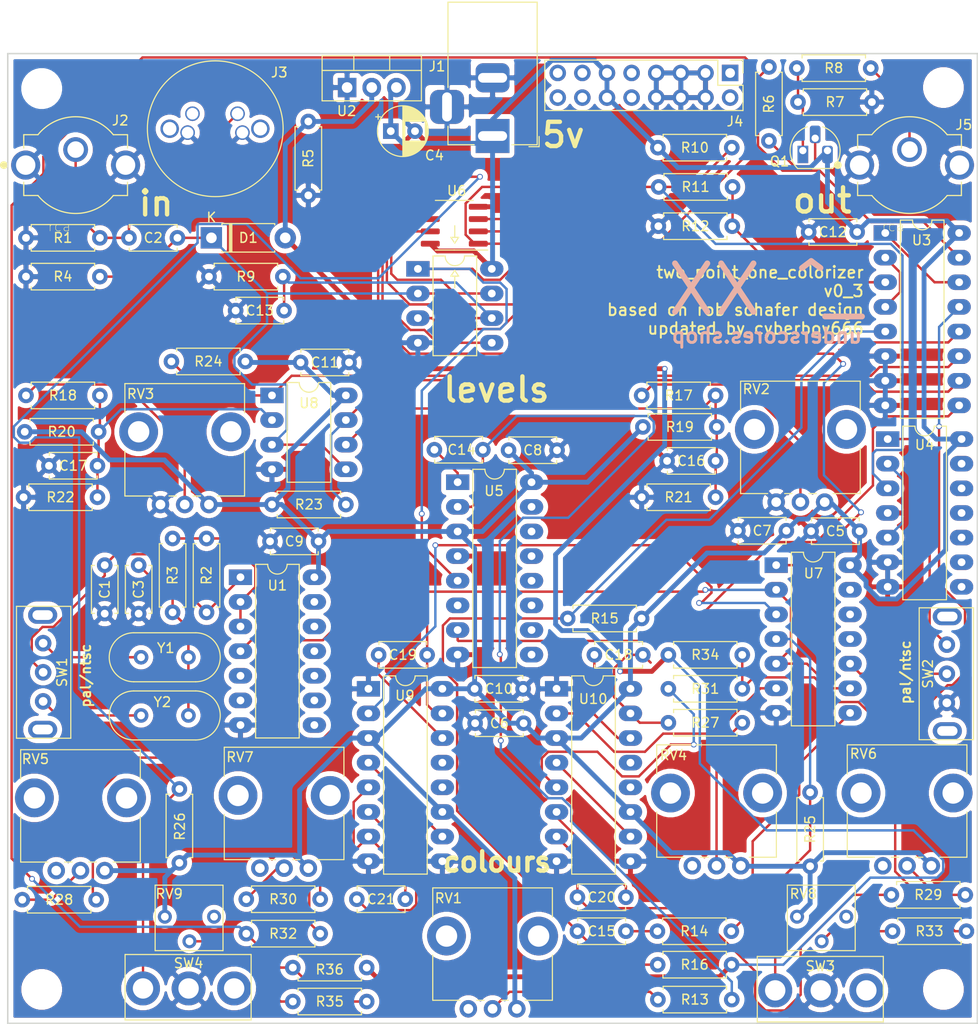
<source format=kicad_pcb>
(kicad_pcb (version 20171130) (host pcbnew 5.1.10)
  (title_block (title "two point one colorizer") (company "designed by rob schafer") (comment 1 "pcb by cyberboy666"))
  (layers (0 F.Cu signal) (31 B.Cu signal) (34 B.Paste user) (35 F.Paste user) (36 B.SilkS user) (37 F.SilkS user) (38 B.Mask user) (39 F.Mask user) (44 Edge.Cuts user))
  (net 0 "")
  (net 1 GND)
  (net 2 "Net-(C1-Pad1)")
  (net 3 /comparators/video)
  (net 4 +5V)
  (net 5 "Net-(C13-Pad2)")
  (net 6 "Net-(C14-Pad1)")
  (net 7 /sync_and_burst/burst_signal)
  (net 8 "Net-(C18-Pad1)")
  (net 9 "Net-(C19-Pad1)")
  (net 10 1.25v)
  (net 11 "Net-(J5-Pad1)")
  (net 12 "Net-(Q1-Pad2)")
  (net 13 "Net-(Q1-Pad1)")
  (net 14 /comparators/comparator1)
  (net 15 /comparators/comparator2)
  (net 16 /colours/colour1)
  (net 17 /colours/colour2)
  (net 18 "Net-(RV4-Pad3)")
  (net 19 "Net-(RV5-Pad3)")
  (net 20 "Net-(RV6-Pad3)")
  (net 21 "Net-(SW1-Pad3)")
  (net 22 "Net-(SW2-Pad3)")
  (net 23 "Net-(U1-Pad8)")
  (net 24 "Net-(U1-Pad9)")
  (net 25 "Net-(U1-Pad10)")
  (net 26 /colours/crystal)
  (net 27 "Net-(U1-Pad11)")
  (net 28 "Net-(U1-Pad5)")
  (net 29 "Net-(U1-Pad12)")
  (net 30 "Net-(U1-Pad6)")
  (net 31 "Net-(U1-Pad13)")
  (net 32 colours)
  (net 33 /sync_and_burst/burst_pulse)
  (net 34 black_sync_and_burst)
  (net 35 "Net-(U5-Pad6)")
  (net 36 "Net-(U9-Pad13)")
  (net 37 "Net-(U9-Pad12)")
  (net 38 "Net-(U9-Pad10)")
  (net 39 "Net-(C16-Pad1)")
  (net 40 "Net-(C17-Pad1)")
  (net 41 "Net-(C18-Pad2)")
  (net 42 "Net-(C19-Pad2)")
  (net 43 "Net-(R10-Pad2)")
  (net 44 "Net-(R17-Pad2)")
  (net 45 "Net-(R30-Pad1)")
  (net 46 "Net-(U5-Pad11)")
  (net 47 "Net-(U5-Pad12)")
  (net 48 "Net-(U5-Pad13)")
  (net 49 /sync_and_burst/black_and_sync)
  (net 50 "Net-(C21-Pad1)")
  (net 51 "Net-(C21-Pad2)")
  (net 52 "Net-(J3-Pad3)")
  (net 53 "Net-(RV7-Pad3)")
  (net 54 "Net-(RV8-Pad3)")
  (net 55 "Net-(RV9-Pad3)")
  (net 56 "Net-(SW3-Pad3)")
  (net 57 "Net-(SW4-Pad3)")
  (net 58 "Net-(C2-Pad2)")
  (net 59 "Net-(C3-Pad1)")
  (net 60 "Net-(C14-Pad2)")
  (net 61 "Net-(C15-Pad2)")
  (net 62 "Net-(C20-Pad1)")
  (net 63 "Net-(C20-Pad2)")
  (net 64 "Net-(J4-Pad1)")
  (net 65 "Net-(J4-Pad2)")
  (net 66 "Net-(J4-Pad9)")
  (net 67 "Net-(J4-Pad10)")
  (net 68 "Net-(J4-Pad13)")
  (net 69 "Net-(J4-Pad14)")
  (net 70 "Net-(J4-Pad15)")
  (net 71 "Net-(J4-Pad16)")
  (net 72 "Net-(R2-Pad1)")
  (net 73 "Net-(R6-Pad2)")
  (net 74 "Net-(R13-Pad1)")
  (net 75 "Net-(R14-Pad2)")
  (net 76 "Net-(R18-Pad2)")
  (net 77 "Net-(R25-Pad2)")
  (net 78 "Net-(R26-Pad2)")
  (net 79 "Net-(R27-Pad1)")
  (net 80 "Net-(R28-Pad1)")
  (net 81 "Net-(R29-Pad1)")
  (net 82 "Net-(R31-Pad2)")
  (net 83 "Net-(R32-Pad2)")
  (net 84 "Net-(R33-Pad1)")
  (net 85 "Net-(R35-Pad1)")
  (net 86 "Net-(RV1-Pad3)")
  (net 87 "Net-(SW1-Pad1)")
  (net 88 "Net-(SW2-Pad2)")
  (net 89 "Net-(U4-Pad8)")
  (net 90 "Net-(U4-Pad2)")
  (net 91 "Net-(U4-Pad9)")
  (net 92 "Net-(U4-Pad10)")
  (net 93 "Net-(U4-Pad11)")
  (net 94 "Net-(U4-Pad12)")
  (net 95 "Net-(U4-Pad13)")
  (net 96 "Net-(U5-Pad15)")
  (net 97 "Net-(U5-Pad14)")
  (net 98 "Net-(U5-Pad10)")
  (net 99 "Net-(U5-Pad9)")
  (net 100 "Net-(U6-Pad7)")
  (net 101 "Net-(U6-Pad5)")
  (net 102 "Net-(U6-Pad3)")
  (net 103 "Net-(U7-Pad13)")
  (net 104 "Net-(U10-Pad2)")
  (net 105 "Net-(U7-Pad12)")
  (net 106 "Net-(U7-Pad11)")
  (net 107 "Net-(U7-Pad3)")
  (net 108 "Net-(U10-Pad10)")
  (net 109 "Net-(U10-Pad12)")
  (net 110 "Net-(U10-Pad13)")
  (module MountingHole:MountingHole_3.2mm_M3 (layer F.Cu) (at 201.5 38.5)
    (fp_text reference REF** hide)
    (fp_text value MountingHole_3.2mm_M3)
    (pad 1 np_thru_hole circle (at 0 0) (size 3.2 3.2) (drill 3.2) (layers *.Cu *.Mask))
  )
  (module MountingHole:MountingHole_3.2mm_M3 (layer F.Cu) (at 201.5 131.5)
    (fp_text reference REF** hide)
    (fp_text value MountingHole_3.2mm_M3)
    (pad 1 np_thru_hole circle (at 0 0) (size 3.2 3.2) (drill 3.2) (layers *.Cu *.Mask))
  )
  (module MountingHole:MountingHole_3.2mm_M3 (layer F.Cu) (at 108.5 131.5)
    (fp_text reference REF** hide)
    (fp_text value MountingHole_3.2mm_M3)
    (pad 1 np_thru_hole circle (at 0 0) (size 3.2 3.2) (drill 3.2) (layers *.Cu *.Mask))
  )
  (module MountingHole:MountingHole_3.2mm_M3 (layer F.Cu) (at 108.5 38.608)
    (fp_text reference REF** hide)
    (fp_text value MountingHole_3.2mm_M3)
    (pad 1 np_thru_hole circle (at 0 0) (size 3.2 3.2) (drill 3.2) (layers *.Cu *.Mask))
  )
  (module lib_fp:C_Disc_D4.7mm_W2.5mm_P5.00mm (layer F.Cu) (at 115 87.75 270)
    (fp_text reference C1 (at 2.5 0 90) (layer F.SilkS))
    (fp_text value 33p)
    (pad 1 thru_hole circle (at 0 0 270) (size 1.6 1.6) (drill 0.8) (layers *.Cu *.Mask) (net 2 "Net-(C1-Pad1)"))
    (pad 2 thru_hole circle (at 5 0 270) (size 1.6 1.6) (drill 0.8) (layers *.Cu *.Mask) (net 1 GND))
  )
  (module lib_fp:C_Disc_D4.7mm_W2.5mm_P5.00mm (layer F.Cu) (at 122.5 54 180)
    (fp_text reference C2 (at 2.5 0) (layer F.SilkS))
    (fp_text value 0.1u)
    (pad 1 thru_hole circle (at 0 0 180) (size 1.6 1.6) (drill 0.8) (layers *.Cu *.Mask) (net 3 /comparators/video))
    (pad 2 thru_hole circle (at 5 0 180) (size 1.6 1.6) (drill 0.8) (layers *.Cu *.Mask) (net 58 "Net-(C2-Pad2)"))
  )
  (module lib_fp:C_Disc_D4.7mm_W2.5mm_P5.00mm (layer F.Cu) (at 118.5 87.75 270)
    (fp_text reference C3 (at 2.5 0 90) (layer F.SilkS))
    (fp_text value 33p)
    (pad 2 thru_hole circle (at 5 0 270) (size 1.6 1.6) (drill 0.8) (layers *.Cu *.Mask) (net 1 GND))
    (pad 1 thru_hole circle (at 0 0 270) (size 1.6 1.6) (drill 0.8) (layers *.Cu *.Mask) (net 59 "Net-(C3-Pad1)"))
  )
  (module Capacitor_THT:CP_Radial_D5.0mm_P2.50mm (layer F.Cu) (at 144.5 43)
    (fp_text reference C4 (at 4.5 2.5) (layer F.SilkS))
    (fp_text value 10u)
    (pad 1 thru_hole rect (at 0 0) (size 1.6 1.6) (drill 0.8) (layers *.Cu *.Mask) (net 4 +5V))
    (pad 2 thru_hole circle (at 2.5 0) (size 1.6 1.6) (drill 0.8) (layers *.Cu *.Mask) (net 1 GND))
  )
  (module lib_fp:C_Disc_D4.7mm_W2.5mm_P5.00mm (layer F.Cu) (at 192.85 84.25 180)
    (fp_text reference C5 (at 2.5 0) (layer F.SilkS))
    (fp_text value 0.1u)
    (pad 1 thru_hole circle (at 0 0 180) (size 1.6 1.6) (drill 0.8) (layers *.Cu *.Mask) (net 4 +5V))
    (pad 2 thru_hole circle (at 5 0 180) (size 1.6 1.6) (drill 0.8) (layers *.Cu *.Mask) (net 1 GND))
  )
  (module lib_fp:C_Disc_D4.7mm_W2.5mm_P5.00mm (layer F.Cu) (at 158.2 104.05 180)
    (fp_text reference C6 (at 2.5 0) (layer F.SilkS))
    (fp_text value 0.1u)
    (pad 2 thru_hole circle (at 5 0 180) (size 1.6 1.6) (drill 0.8) (layers *.Cu *.Mask) (net 1 GND))
    (pad 1 thru_hole circle (at 0 0 180) (size 1.6 1.6) (drill 0.8) (layers *.Cu *.Mask) (net 4 +5V))
  )
  (module lib_fp:C_Disc_D4.7mm_W2.5mm_P5.00mm (layer F.Cu) (at 185.3 84.2 180)
    (fp_text reference C7 (at 2.5 0) (layer F.SilkS))
    (fp_text value 0.1u)
    (pad 2 thru_hole circle (at 5 0 180) (size 1.6 1.6) (drill 0.8) (layers *.Cu *.Mask) (net 1 GND))
    (pad 1 thru_hole circle (at 0 0 180) (size 1.6 1.6) (drill 0.8) (layers *.Cu *.Mask) (net 4 +5V))
  )
  (module lib_fp:C_Disc_D4.7mm_W2.5mm_P5.00mm (layer F.Cu) (at 156.65 75.9)
    (fp_text reference C8 (at 2.5 0) (layer F.SilkS))
    (fp_text value 0.1u)
    (pad 2 thru_hole circle (at 5 0) (size 1.6 1.6) (drill 0.8) (layers *.Cu *.Mask) (net 1 GND))
    (pad 1 thru_hole circle (at 0 0) (size 1.6 1.6) (drill 0.8) (layers *.Cu *.Mask) (net 4 +5V))
  )
  (module lib_fp:C_Disc_D4.7mm_W2.5mm_P5.00mm (layer F.Cu) (at 137.05 85.3 180)
    (fp_text reference C9 (at 2.5 0) (layer F.SilkS))
    (fp_text value 0.1u)
    (pad 2 thru_hole circle (at 5 0 180) (size 1.6 1.6) (drill 0.8) (layers *.Cu *.Mask) (net 1 GND))
    (pad 1 thru_hole circle (at 0 0 180) (size 1.6 1.6) (drill 0.8) (layers *.Cu *.Mask) (net 4 +5V))
  )
  (module lib_fp:C_Disc_D4.7mm_W2.5mm_P5.00mm (layer F.Cu) (at 153.15 100.5)
    (fp_text reference C10 (at 2.5 0) (layer F.SilkS))
    (fp_text value 0.1u)
    (pad 2 thru_hole circle (at 5 0) (size 1.6 1.6) (drill 0.8) (layers *.Cu *.Mask) (net 1 GND))
    (pad 1 thru_hole circle (at 0 0) (size 1.6 1.6) (drill 0.8) (layers *.Cu *.Mask) (net 4 +5V))
  )
  (module lib_fp:C_Disc_D4.7mm_W2.5mm_P5.00mm (layer F.Cu) (at 135.2 66.85)
    (fp_text reference C11 (at 2.5 0) (layer F.SilkS))
    (fp_text value 0.1u)
    (pad 2 thru_hole circle (at 5 0) (size 1.6 1.6) (drill 0.8) (layers *.Cu *.Mask) (net 1 GND))
    (pad 1 thru_hole circle (at 0 0) (size 1.6 1.6) (drill 0.8) (layers *.Cu *.Mask) (net 4 +5V))
  )
  (module lib_fp:C_Disc_D4.7mm_W2.5mm_P5.00mm (layer F.Cu) (at 192.6 53.4 180)
    (fp_text reference C12 (at 2.5 0) (layer F.SilkS))
    (fp_text value 0.1u)
    (pad 1 thru_hole circle (at 0 0 180) (size 1.6 1.6) (drill 0.8) (layers *.Cu *.Mask) (net 4 +5V))
    (pad 2 thru_hole circle (at 5 0 180) (size 1.6 1.6) (drill 0.8) (layers *.Cu *.Mask) (net 1 GND))
  )
  (module lib_fp:C_Disc_D4.7mm_W2.5mm_P5.00mm (layer F.Cu) (at 128.5 61.5)
    (fp_text reference C13 (at 2.5 0) (layer F.SilkS))
    (fp_text value 0.1u)
    (pad 2 thru_hole circle (at 5 0) (size 1.6 1.6) (drill 0.8) (layers *.Cu *.Mask) (net 5 "Net-(C13-Pad2)"))
    (pad 1 thru_hole circle (at 0 0) (size 1.6 1.6) (drill 0.8) (layers *.Cu *.Mask) (net 1 GND))
  )
  (module lib_fp:C_Disc_D4.7mm_W2.5mm_P5.00mm (layer F.Cu) (at 154 75.85 180)
    (fp_text reference C14 (at 2.2 0) (layer F.SilkS))
    (fp_text value 0.1n)
    (pad 1 thru_hole circle (at 0 0 180) (size 1.6 1.6) (drill 0.8) (layers *.Cu *.Mask) (net 6 "Net-(C14-Pad1)"))
    (pad 2 thru_hole circle (at 5 0 180) (size 1.6 1.6) (drill 0.8) (layers *.Cu *.Mask) (net 60 "Net-(C14-Pad2)"))
  )
  (module lib_fp:C_Disc_D4.7mm_W2.5mm_P5.00mm (layer F.Cu) (at 163.75 125.5)
    (fp_text reference C15 (at 2.5 0) (layer F.SilkS))
    (fp_text value 0.1u)
    (pad 1 thru_hole circle (at 0 0) (size 1.6 1.6) (drill 0.8) (layers *.Cu *.Mask) (net 7 /sync_and_burst/burst_signal))
    (pad 2 thru_hole circle (at 5 0) (size 1.6 1.6) (drill 0.8) (layers *.Cu *.Mask) (net 61 "Net-(C15-Pad2)"))
  )
  (module lib_fp:C_Disc_D4.7mm_W2.5mm_P5.00mm (layer F.Cu) (at 178 77 180)
    (fp_text reference C16 (at 2.5 0) (layer F.SilkS))
    (fp_text value 0.1u)
    (pad 1 thru_hole circle (at 0 0 180) (size 1.6 1.6) (drill 0.8) (layers *.Cu *.Mask) (net 39 "Net-(C16-Pad1)"))
    (pad 2 thru_hole circle (at 5 0 180) (size 1.6 1.6) (drill 0.8) (layers *.Cu *.Mask) (net 1 GND))
  )
  (module lib_fp:C_Disc_D4.7mm_W2.5mm_P5.00mm (layer F.Cu) (at 114.25 77.5 180)
    (fp_text reference C17 (at 2.5 0) (layer F.SilkS))
    (fp_text value 0.1u)
    (pad 1 thru_hole circle (at 0 0 180) (size 1.6 1.6) (drill 0.8) (layers *.Cu *.Mask) (net 40 "Net-(C17-Pad1)"))
    (pad 2 thru_hole circle (at 5 0 180) (size 1.6 1.6) (drill 0.8) (layers *.Cu *.Mask) (net 1 GND))
  )
  (module lib_fp:C_Disc_D4.7mm_W2.5mm_P5.00mm (layer F.Cu) (at 170.5 97 180)
    (fp_text reference C18 (at 2.5 0) (layer F.SilkS))
    (fp_text value 10p)
    (pad 2 thru_hole circle (at 5 0 180) (size 1.6 1.6) (drill 0.8) (layers *.Cu *.Mask) (net 41 "Net-(C18-Pad2)"))
    (pad 1 thru_hole circle (at 0 0 180) (size 1.6 1.6) (drill 0.8) (layers *.Cu *.Mask) (net 8 "Net-(C18-Pad1)"))
  )
  (module lib_fp:C_Disc_D4.7mm_W2.5mm_P5.00mm (layer F.Cu) (at 148.25 97 180)
    (fp_text reference C19 (at 2.5 0) (layer F.SilkS))
    (fp_text value 10p)
    (pad 2 thru_hole circle (at 5 0 180) (size 1.6 1.6) (drill 0.8) (layers *.Cu *.Mask) (net 42 "Net-(C19-Pad2)"))
    (pad 1 thru_hole circle (at 0 0 180) (size 1.6 1.6) (drill 0.8) (layers *.Cu *.Mask) (net 9 "Net-(C19-Pad1)"))
  )
  (module lib_fp:C_Disc_D4.7mm_W2.5mm_P5.00mm (layer F.Cu) (at 163.75 122)
    (fp_text reference C20 (at 2.5 0) (layer F.SilkS))
    (fp_text value 10p)
    (pad 1 thru_hole circle (at 0 0) (size 1.6 1.6) (drill 0.8) (layers *.Cu *.Mask) (net 62 "Net-(C20-Pad1)"))
    (pad 2 thru_hole circle (at 5 0) (size 1.6 1.6) (drill 0.8) (layers *.Cu *.Mask) (net 63 "Net-(C20-Pad2)"))
  )
  (module lib_fp:C_Disc_D4.7mm_W2.5mm_P5.00mm (layer F.Cu) (at 146 122.2 180)
    (fp_text reference C21 (at 2.5 0) (layer F.SilkS))
    (fp_text value 10p)
    (pad 1 thru_hole circle (at 0 0 180) (size 1.6 1.6) (drill 0.8) (layers *.Cu *.Mask) (net 50 "Net-(C21-Pad1)"))
    (pad 2 thru_hole circle (at 5 0 180) (size 1.6 1.6) (drill 0.8) (layers *.Cu *.Mask) (net 51 "Net-(C21-Pad2)"))
  )
  (module Diode_THT:D_DO-41_SOD81_P7.62mm_Horizontal (layer F.Cu) (at 126 54)
    (fp_text reference D1 (at 3.81 0) (layer F.SilkS))
    (fp_text value 1n914)
    (fp_text user K (at 0 -2.1) (layer F.SilkS))
    (pad 1 thru_hole rect (at 0 0) (size 2.2 2.2) (drill 1.1) (layers *.Cu *.Mask) (net 3 /comparators/video))
    (pad 2 thru_hole oval (at 7.62 0) (size 2.2 2.2) (drill 1.1) (layers *.Cu *.Mask) (net 10 1.25v))
  )
  (module Connector_BarrelJack:BarrelJack_Horizontal (layer F.Cu) (at 155 43.5 270)
    (fp_text reference J1 (at -7.175 5.725 180) (layer F.SilkS))
    (fp_text value Barrel_Jack)
    (pad 1 thru_hole rect (at 0 0 270) (size 3.5 3.5) (drill oval 1 3) (layers *.Cu *.Mask) (net 4 +5V))
    (pad 2 thru_hole roundrect (at -6 0 270) (size 3 3.5) (drill oval 1 3) (layers *.Cu *.Mask) (net 1 GND))
    (pad 3 thru_hole roundrect (at -3 4.7 270) (size 3.5 3.5) (drill oval 3 1) (layers *.Cu *.Mask) (net 1 GND))
  )
  (module lib_fp:tht_vertical_rca (layer F.Cu) (at 112 46.5)
    (fp_text reference J2 (at 4.6 -4.6) (layer F.SilkS) (effects (font (size 1.00143 1.00143))))
    (fp_text value rca (at -1.67672 6.32154) (layer F.SilkS) (effects (font (size 1.00104 1.00104) (thickness 0.05))))
    (pad 2 thru_hole circle (at -5.15 0) (size 3 3) (drill 2) (layers *.Cu *.Mask) (net 1 GND))
    (pad 2 thru_hole circle (at 5.15 0) (size 3 3) (drill 2) (layers *.Cu *.Mask) (net 1 GND))
    (pad 1 thru_hole circle (at 0 -1.6) (size 2.55 2.55) (drill 1.7) (layers *.Cu *.Mask) (net 58 "Net-(C2-Pad2)"))
  )
  (module lib_fp:mini-din-4-vertical_KMDVLX-4S-N-1 (layer F.Cu) (at 127.5 43.5)
    (fp_text reference J3 (at 5.5 -6.55) (layer F.SilkS))
    (fp_text value mini-din4)
    (pad "" thru_hole circle (at -5.8 -0.75) (size 1.9 1.9) (drill 1.4) (layers *.Cu *.Mask))
    (pad "" thru_hole circle (at 3.55 -0.75) (size 1.9 1.9) (drill oval 1.4) (layers *.Cu *.Mask))
    (pad 3 thru_hole circle (at -3.45 -2.3) (size 1.5 1.5) (drill 1.2) (layers *.Cu *.Mask) (net 52 "Net-(J3-Pad3)"))
    (pad 4 thru_hole circle (at 1.2 -2.3) (size 1.5 1.5) (drill 1.2) (layers *.Cu *.Mask) (net 58 "Net-(C2-Pad2)"))
    (pad 1 thru_hole circle (at -3.95 -0.35) (size 1.5 1.5) (drill 1.2) (layers *.Cu *.Mask) (net 1 GND))
    (pad 2 thru_hole circle (at 1.7 -0.35) (size 1.5 1.5) (drill 1.2) (layers *.Cu *.Mask) (net 1 GND))
  )
  (module Connector_PinHeader_2.54mm:PinHeader_2x08_P2.54mm_Vertical (layer F.Cu) (at 179.5 37 270)
    (fp_text reference J4 (at 5 -0.5 180) (layer F.SilkS))
    (fp_text value Conn_02x08_Odd_Even)
    (pad 1 thru_hole rect (at 0 0 270) (size 1.7 1.7) (drill 1) (layers *.Cu *.Mask) (net 64 "Net-(J4-Pad1)"))
    (pad 2 thru_hole oval (at 2.54 0 270) (size 1.7 1.7) (drill 1) (layers *.Cu *.Mask) (net 65 "Net-(J4-Pad2)"))
    (pad 3 thru_hole oval (at 0 2.54 270) (size 1.7 1.7) (drill 1) (layers *.Cu *.Mask) (net 1 GND))
    (pad 4 thru_hole oval (at 2.54 2.54 270) (size 1.7 1.7) (drill 1) (layers *.Cu *.Mask) (net 1 GND))
    (pad 5 thru_hole oval (at 0 5.08 270) (size 1.7 1.7) (drill 1) (layers *.Cu *.Mask) (net 1 GND))
    (pad 6 thru_hole oval (at 2.54 5.08 270) (size 1.7 1.7) (drill 1) (layers *.Cu *.Mask) (net 1 GND))
    (pad 7 thru_hole oval (at 0 7.62 270) (size 1.7 1.7) (drill 1) (layers *.Cu *.Mask) (net 1 GND))
    (pad 8 thru_hole oval (at 2.54 7.62 270) (size 1.7 1.7) (drill 1) (layers *.Cu *.Mask) (net 1 GND))
    (pad 9 thru_hole oval (at 0 10.16 270) (size 1.7 1.7) (drill 1) (layers *.Cu *.Mask) (net 66 "Net-(J4-Pad9)"))
    (pad 10 thru_hole oval (at 2.54 10.16 270) (size 1.7 1.7) (drill 1) (layers *.Cu *.Mask) (net 67 "Net-(J4-Pad10)"))
    (pad 11 thru_hole oval (at 0 12.7 270) (size 1.7 1.7) (drill 1) (layers *.Cu *.Mask) (net 4 +5V))
    (pad 12 thru_hole oval (at 2.54 12.7 270) (size 1.7 1.7) (drill 1) (layers *.Cu *.Mask) (net 4 +5V))
    (pad 13 thru_hole oval (at 0 15.24 270) (size 1.7 1.7) (drill 1) (layers *.Cu *.Mask) (net 68 "Net-(J4-Pad13)"))
    (pad 14 thru_hole oval (at 2.54 15.24 270) (size 1.7 1.7) (drill 1) (layers *.Cu *.Mask) (net 69 "Net-(J4-Pad14)"))
    (pad 15 thru_hole oval (at 0 17.78 270) (size 1.7 1.7) (drill 1) (layers *.Cu *.Mask) (net 70 "Net-(J4-Pad15)"))
    (pad 16 thru_hole oval (at 2.54 17.78 270) (size 1.7 1.7) (drill 1) (layers *.Cu *.Mask) (net 71 "Net-(J4-Pad16)"))
  )
  (module lib_fp:tht_vertical_rca (layer F.Cu) (at 198 46.5)
    (fp_text reference J5 (at 5.6 -4.15) (layer F.SilkS) (effects (font (size 1.00143 1.00143))))
    (fp_text value rca (at -1.67672 6.32154) (layer F.SilkS) (effects (font (size 1.00104 1.00104) (thickness 0.05))))
    (pad 1 thru_hole circle (at 0 -1.6) (size 2.55 2.55) (drill 1.7) (layers *.Cu *.Mask) (net 11 "Net-(J5-Pad1)"))
    (pad 2 thru_hole circle (at 5.15 0) (size 3 3) (drill 2) (layers *.Cu *.Mask) (net 1 GND))
    (pad 2 thru_hole circle (at -5.15 0) (size 3 3) (drill 2) (layers *.Cu *.Mask) (net 1 GND))
  )
  (module Package_TO_SOT_THT:TO-92L_HandSolder (layer F.Cu) (at 187 45)
    (fp_text reference Q1 (at -2.4 1.125) (layer F.SilkS))
    (fp_text value 2N3904)
    (pad 2 thru_hole roundrect (at 1.27 -1.27) (size 1.1 1.8) (drill 0.75 (offset 0 -0.4)) (layers *.Cu *.Mask) (net 12 "Net-(Q1-Pad2)"))
    (pad 3 thru_hole roundrect (at 2.54 0) (size 1.1 1.8) (drill 0.75 (offset 0 0.4)) (layers *.Cu *.Mask) (net 4 +5V))
    (pad 1 thru_hole rect (at 0 0) (size 1.1 1.8) (drill 0.75 (offset 0 0.4)) (layers *.Cu *.Mask) (net 13 "Net-(Q1-Pad1)"))
  )
  (module lib_fp:R_Axial_DIN0207_L6.3mm_D2.5mm_P7.62mm_Horizontal (layer F.Cu) (at 114.5 54 180)
    (fp_text reference R1 (at 3.81 0) (layer F.SilkS))
    (fp_text value 75)
    (pad 1 thru_hole circle (at 0 0 180) (size 1.6 1.6) (drill 0.8) (layers *.Cu *.Mask) (net 58 "Net-(C2-Pad2)"))
    (pad 2 thru_hole oval (at 7.62 0 180) (size 1.6 1.6) (drill 0.8) (layers *.Cu *.Mask) (net 1 GND))
  )
  (module lib_fp:R_Axial_DIN0207_L6.3mm_D2.5mm_P7.62mm_Horizontal (layer F.Cu) (at 125.5 85 270)
    (fp_text reference R2 (at 3.81 0 90) (layer F.SilkS))
    (fp_text value 1m)
    (pad 2 thru_hole oval (at 7.62 0 270) (size 1.6 1.6) (drill 0.8) (layers *.Cu *.Mask) (net 2 "Net-(C1-Pad1)"))
    (pad 1 thru_hole circle (at 0 0 270) (size 1.6 1.6) (drill 0.8) (layers *.Cu *.Mask) (net 72 "Net-(R2-Pad1)"))
  )
  (module lib_fp:R_Axial_DIN0207_L6.3mm_D2.5mm_P7.62mm_Horizontal (layer F.Cu) (at 122 85 270)
    (fp_text reference R3 (at 3.81 0 90) (layer F.SilkS))
    (fp_text value 5.1k)
    (pad 1 thru_hole circle (at 0 0 270) (size 1.6 1.6) (drill 0.8) (layers *.Cu *.Mask) (net 72 "Net-(R2-Pad1)"))
    (pad 2 thru_hole oval (at 7.62 0 270) (size 1.6 1.6) (drill 0.8) (layers *.Cu *.Mask) (net 59 "Net-(C3-Pad1)"))
  )
  (module lib_fp:R_Axial_DIN0207_L6.3mm_D2.5mm_P7.62mm_Horizontal (layer F.Cu) (at 114.5 58 180)
    (fp_text reference R4 (at 3.81 0) (layer F.SilkS))
    (fp_text value 1m)
    (pad 2 thru_hole oval (at 7.62 0 180) (size 1.6 1.6) (drill 0.8) (layers *.Cu *.Mask) (net 1 GND))
    (pad 1 thru_hole circle (at 0 0 180) (size 1.6 1.6) (drill 0.8) (layers *.Cu *.Mask) (net 3 /comparators/video))
  )
  (module lib_fp:R_Axial_DIN0207_L6.3mm_D2.5mm_P7.62mm_Horizontal (layer F.Cu) (at 136 42 270)
    (fp_text reference R5 (at 3.81 0 90) (layer F.SilkS))
    (fp_text value 75)
    (pad 1 thru_hole circle (at 0 0 270) (size 1.6 1.6) (drill 0.8) (layers *.Cu *.Mask) (net 10 1.25v))
    (pad 2 thru_hole oval (at 7.62 0 270) (size 1.6 1.6) (drill 0.8) (layers *.Cu *.Mask) (net 1 GND))
  )
  (module lib_fp:R_Axial_DIN0207_L6.3mm_D2.5mm_P7.62mm_Horizontal (layer F.Cu) (at 183.5 44 90)
    (fp_text reference R6 (at 3.81 0 90) (layer F.SilkS))
    (fp_text value 100)
    (pad 2 thru_hole oval (at 7.62 0 90) (size 1.6 1.6) (drill 0.8) (layers *.Cu *.Mask) (net 73 "Net-(R6-Pad2)"))
    (pad 1 thru_hole circle (at 0 0 90) (size 1.6 1.6) (drill 0.8) (layers *.Cu *.Mask) (net 12 "Net-(Q1-Pad2)"))
  )
  (module lib_fp:R_Axial_DIN0207_L6.3mm_D2.5mm_P7.62mm_Horizontal (layer F.Cu) (at 186.5 40)
    (fp_text reference R7 (at 3.81 0) (layer F.SilkS))
    (fp_text value 1k)
    (pad 1 thru_hole circle (at 0 0) (size 1.6 1.6) (drill 0.8) (layers *.Cu *.Mask) (net 13 "Net-(Q1-Pad1)"))
    (pad 2 thru_hole oval (at 7.62 0) (size 1.6 1.6) (drill 0.8) (layers *.Cu *.Mask) (net 1 GND))
  )
  (module lib_fp:R_Axial_DIN0207_L6.3mm_D2.5mm_P7.62mm_Horizontal (layer F.Cu) (at 194 36.5 180)
    (fp_text reference R8 (at 3.81 0) (layer F.SilkS))
    (fp_text value 75)
    (pad 2 thru_hole oval (at 7.62 0 180) (size 1.6 1.6) (drill 0.8) (layers *.Cu *.Mask) (net 13 "Net-(Q1-Pad1)"))
    (pad 1 thru_hole circle (at 0 0 180) (size 1.6 1.6) (drill 0.8) (layers *.Cu *.Mask) (net 11 "Net-(J5-Pad1)"))
  )
  (module lib_fp:R_Axial_DIN0207_L6.3mm_D2.5mm_P7.62mm_Horizontal (layer F.Cu) (at 125.75 58)
    (fp_text reference R9 (at 3.81 0) (layer F.SilkS))
    (fp_text value 680k)
    (pad 1 thru_hole circle (at 0 0) (size 1.6 1.6) (drill 0.8) (layers *.Cu *.Mask) (net 1 GND))
    (pad 2 thru_hole oval (at 7.62 0) (size 1.6 1.6) (drill 0.8) (layers *.Cu *.Mask) (net 5 "Net-(C13-Pad2)"))
  )
  (module lib_fp:R_Axial_DIN0207_L6.3mm_D2.5mm_P7.62mm_Horizontal (layer F.Cu) (at 172.05 44.7)
    (fp_text reference R10 (at 3.81 0) (layer F.SilkS))
    (fp_text value 10k)
    (pad 2 thru_hole oval (at 7.62 0) (size 1.6 1.6) (drill 0.8) (layers *.Cu *.Mask) (net 43 "Net-(R10-Pad2)"))
    (pad 1 thru_hole circle (at 0 0) (size 1.6 1.6) (drill 0.8) (layers *.Cu *.Mask) (net 4 +5V))
  )
  (module lib_fp:R_Axial_DIN0207_L6.3mm_D2.5mm_P7.62mm_Horizontal (layer F.Cu) (at 179.75 48.75 180)
    (fp_text reference R11 (at 3.81 0) (layer F.SilkS))
    (fp_text value 1k)
    (pad 1 thru_hole circle (at 0 0 180) (size 1.6 1.6) (drill 0.8) (layers *.Cu *.Mask) (net 49 /sync_and_burst/black_and_sync))
    (pad 2 thru_hole oval (at 7.62 0 180) (size 1.6 1.6) (drill 0.8) (layers *.Cu *.Mask) (net 43 "Net-(R10-Pad2)"))
  )
  (module lib_fp:R_Axial_DIN0207_L6.3mm_D2.5mm_P7.62mm_Horizontal (layer F.Cu) (at 172.1 52.8)
    (fp_text reference R12 (at 3.81 0) (layer F.SilkS))
    (fp_text value "1k (or 1.2k maybe)")
    (pad 2 thru_hole oval (at 7.62 0) (size 1.6 1.6) (drill 0.8) (layers *.Cu *.Mask) (net 49 /sync_and_burst/black_and_sync))
    (pad 1 thru_hole circle (at 0 0) (size 1.6 1.6) (drill 0.8) (layers *.Cu *.Mask) (net 1 GND))
  )
  (module lib_fp:R_Axial_DIN0207_L6.3mm_D2.5mm_P7.62mm_Horizontal (layer F.Cu) (at 172.05 132.55)
    (fp_text reference R13 (at 3.81 0) (layer F.SilkS))
    (fp_text value 10k)
    (pad 2 thru_hole oval (at 7.62 0) (size 1.6 1.6) (drill 0.8) (layers *.Cu *.Mask) (net 6 "Net-(C14-Pad1)"))
    (pad 1 thru_hole circle (at 0 0) (size 1.6 1.6) (drill 0.8) (layers *.Cu *.Mask) (net 74 "Net-(R13-Pad1)"))
  )
  (module lib_fp:R_Axial_DIN0207_L6.3mm_D2.5mm_P7.62mm_Horizontal (layer F.Cu) (at 172 125.5)
    (fp_text reference R14 (at 3.81 0) (layer F.SilkS))
    (fp_text value 10k)
    (pad 1 thru_hole circle (at 0 0) (size 1.6 1.6) (drill 0.8) (layers *.Cu *.Mask) (net 61 "Net-(C15-Pad2)"))
    (pad 2 thru_hole oval (at 7.62 0) (size 1.6 1.6) (drill 0.8) (layers *.Cu *.Mask) (net 75 "Net-(R14-Pad2)"))
  )
  (module lib_fp:R_Axial_DIN0207_L6.3mm_D2.5mm_P7.62mm_Horizontal (layer F.Cu) (at 162.75 93.25)
    (fp_text reference R15 (at 3.81 0) (layer F.SilkS))
    (fp_text value 12k)
    (pad 1 thru_hole circle (at 0 0) (size 1.6 1.6) (drill 0.8) (layers *.Cu *.Mask) (net 7 /sync_and_burst/burst_signal))
    (pad 2 thru_hole oval (at 7.62 0) (size 1.6 1.6) (drill 0.8) (layers *.Cu *.Mask) (net 4 +5V))
  )
  (module lib_fp:R_Axial_DIN0207_L6.3mm_D2.5mm_P7.62mm_Horizontal (layer F.Cu) (at 179.65 128.95 180)
    (fp_text reference R16 (at 3.81 0) (layer F.SilkS))
    (fp_text value 1.5k)
    (pad 1 thru_hole circle (at 0 0 180) (size 1.6 1.6) (drill 0.8) (layers *.Cu *.Mask) (net 10 1.25v))
    (pad 2 thru_hole oval (at 7.62 0 180) (size 1.6 1.6) (drill 0.8) (layers *.Cu *.Mask) (net 7 /sync_and_burst/burst_signal))
  )
  (module lib_fp:R_Axial_DIN0207_L6.3mm_D2.5mm_P7.62mm_Horizontal (layer F.Cu) (at 178 70.25 180)
    (fp_text reference R17 (at 3.81 0) (layer F.SilkS))
    (fp_text value 22k)
    (pad 1 thru_hole circle (at 0 0 180) (size 1.6 1.6) (drill 0.8) (layers *.Cu *.Mask) (net 39 "Net-(C16-Pad1)"))
    (pad 2 thru_hole oval (at 7.62 0 180) (size 1.6 1.6) (drill 0.8) (layers *.Cu *.Mask) (net 44 "Net-(R17-Pad2)"))
  )
  (module lib_fp:R_Axial_DIN0207_L6.3mm_D2.5mm_P7.62mm_Horizontal (layer F.Cu) (at 114.5 70.25 180)
    (fp_text reference R18 (at 3.81 0) (layer F.SilkS))
    (fp_text value 22k)
    (pad 2 thru_hole oval (at 7.62 0 180) (size 1.6 1.6) (drill 0.8) (layers *.Cu *.Mask) (net 76 "Net-(R18-Pad2)"))
    (pad 1 thru_hole circle (at 0 0 180) (size 1.6 1.6) (drill 0.8) (layers *.Cu *.Mask) (net 40 "Net-(C17-Pad1)"))
  )
  (module lib_fp:R_Axial_DIN0207_L6.3mm_D2.5mm_P7.62mm_Horizontal (layer F.Cu) (at 170.5 73.5)
    (fp_text reference R19 (at 3.81 0) (layer F.SilkS))
    (fp_text value 82k)
    (pad 2 thru_hole oval (at 7.62 0) (size 1.6 1.6) (drill 0.8) (layers *.Cu *.Mask) (net 39 "Net-(C16-Pad1)"))
    (pad 1 thru_hole circle (at 0 0) (size 1.6 1.6) (drill 0.8) (layers *.Cu *.Mask) (net 4 +5V))
  )
  (module lib_fp:R_Axial_DIN0207_L6.3mm_D2.5mm_P7.62mm_Horizontal (layer F.Cu) (at 106.75 74)
    (fp_text reference R20 (at 3.81 0) (layer F.SilkS))
    (fp_text value 82k)
    (pad 2 thru_hole oval (at 7.62 0) (size 1.6 1.6) (drill 0.8) (layers *.Cu *.Mask) (net 40 "Net-(C17-Pad1)"))
    (pad 1 thru_hole circle (at 0 0) (size 1.6 1.6) (drill 0.8) (layers *.Cu *.Mask) (net 4 +5V))
  )
  (module lib_fp:R_Axial_DIN0207_L6.3mm_D2.5mm_P7.62mm_Horizontal (layer F.Cu) (at 178 80.75 180)
    (fp_text reference R21 (at 3.81 0) (layer F.SilkS))
    (fp_text value 10k)
    (pad 1 thru_hole circle (at 0 0 180) (size 1.6 1.6) (drill 0.8) (layers *.Cu *.Mask) (net 39 "Net-(C16-Pad1)"))
    (pad 2 thru_hole oval (at 7.62 0 180) (size 1.6 1.6) (drill 0.8) (layers *.Cu *.Mask) (net 1 GND))
  )
  (module lib_fp:R_Axial_DIN0207_L6.3mm_D2.5mm_P7.62mm_Horizontal (layer F.Cu) (at 114.25 80.75 180)
    (fp_text reference R22 (at 3.81 0) (layer F.SilkS))
    (fp_text value 10k)
    (pad 1 thru_hole circle (at 0 0 180) (size 1.6 1.6) (drill 0.8) (layers *.Cu *.Mask) (net 40 "Net-(C17-Pad1)"))
    (pad 2 thru_hole oval (at 7.62 0 180) (size 1.6 1.6) (drill 0.8) (layers *.Cu *.Mask) (net 1 GND))
  )
  (module lib_fp:R_Axial_DIN0207_L6.3mm_D2.5mm_P7.62mm_Horizontal (layer F.Cu) (at 132.25 81.5)
    (fp_text reference R23 (at 3.81 0) (layer F.SilkS))
    (fp_text value 82k)
    (pad 2 thru_hole oval (at 7.62 0) (size 1.6 1.6) (drill 0.8) (layers *.Cu *.Mask) (net 15 /comparators/comparator2))
    (pad 1 thru_hole circle (at 0 0) (size 1.6 1.6) (drill 0.8) (layers *.Cu *.Mask) (net 4 +5V))
  )
  (module lib_fp:R_Axial_DIN0207_L6.3mm_D2.5mm_P7.62mm_Horizontal (layer F.Cu) (at 129.5 66.75 180)
    (fp_text reference R24 (at 3.81 0) (layer F.SilkS))
    (fp_text value 82k)
    (pad 2 thru_hole oval (at 7.62 0 180) (size 1.6 1.6) (drill 0.8) (layers *.Cu *.Mask) (net 14 /comparators/comparator1))
    (pad 1 thru_hole circle (at 0 0 180) (size 1.6 1.6) (drill 0.8) (layers *.Cu *.Mask) (net 4 +5V))
  )
  (module lib_fp:R_Axial_DIN0207_L6.3mm_D2.5mm_P7.62mm_Horizontal (layer F.Cu) (at 187.75 118.8 90)
    (fp_text reference R25 (at 3.81 0 90) (layer F.SilkS))
    (fp_text value 10k)
    (pad 2 thru_hole oval (at 7.62 0 90) (size 1.6 1.6) (drill 0.8) (layers *.Cu *.Mask) (net 77 "Net-(R25-Pad2)"))
    (pad 1 thru_hole circle (at 0 0 90) (size 1.6 1.6) (drill 0.8) (layers *.Cu *.Mask) (net 4 +5V))
  )
  (module lib_fp:R_Axial_DIN0207_L6.3mm_D2.5mm_P7.62mm_Horizontal (layer F.Cu) (at 122.7 118.45 90)
    (fp_text reference R26 (at 3.75 0.05 90) (layer F.SilkS))
    (fp_text value 10k)
    (pad 1 thru_hole circle (at 0 0 90) (size 1.6 1.6) (drill 0.8) (layers *.Cu *.Mask) (net 4 +5V))
    (pad 2 thru_hole oval (at 7.62 0 90) (size 1.6 1.6) (drill 0.8) (layers *.Cu *.Mask) (net 78 "Net-(R26-Pad2)"))
  )
  (module lib_fp:R_Axial_DIN0207_L6.3mm_D2.5mm_P7.62mm_Horizontal (layer F.Cu) (at 180.75 104 180)
    (fp_text reference R27 (at 3.81 0) (layer F.SilkS))
    (fp_text value 2.7k)
    (pad 1 thru_hole circle (at 0 0 180) (size 1.6 1.6) (drill 0.8) (layers *.Cu *.Mask) (net 79 "Net-(R27-Pad1)"))
    (pad 2 thru_hole oval (at 7.62 0 180) (size 1.6 1.6) (drill 0.8) (layers *.Cu *.Mask) (net 8 "Net-(C18-Pad1)"))
  )
  (module lib_fp:R_Axial_DIN0207_L6.3mm_D2.5mm_P7.62mm_Horizontal (layer F.Cu) (at 106.5 122.25)
    (fp_text reference R28 (at 3.81 0) (layer F.SilkS))
    (fp_text value 2.7k)
    (pad 2 thru_hole oval (at 7.62 0) (size 1.6 1.6) (drill 0.8) (layers *.Cu *.Mask) (net 9 "Net-(C19-Pad1)"))
    (pad 1 thru_hole circle (at 0 0) (size 1.6 1.6) (drill 0.8) (layers *.Cu *.Mask) (net 80 "Net-(R28-Pad1)"))
  )
  (module lib_fp:R_Axial_DIN0207_L6.3mm_D2.5mm_P7.62mm_Horizontal (layer F.Cu) (at 203.75 121.75 180)
    (fp_text reference R29 (at 3.81 0) (layer F.SilkS))
    (fp_text value 2.7k)
    (pad 2 thru_hole oval (at 7.62 0 180) (size 1.6 1.6) (drill 0.8) (layers *.Cu *.Mask) (net 62 "Net-(C20-Pad1)"))
    (pad 1 thru_hole circle (at 0 0 180) (size 1.6 1.6) (drill 0.8) (layers *.Cu *.Mask) (net 81 "Net-(R29-Pad1)"))
  )
  (module lib_fp:R_Axial_DIN0207_L6.3mm_D2.5mm_P7.62mm_Horizontal (layer F.Cu) (at 129.6 122.2)
    (fp_text reference R30 (at 3.81 0) (layer F.SilkS))
    (fp_text value 2.7k)
    (pad 1 thru_hole circle (at 0 0) (size 1.6 1.6) (drill 0.8) (layers *.Cu *.Mask) (net 45 "Net-(R30-Pad1)"))
    (pad 2 thru_hole oval (at 7.62 0) (size 1.6 1.6) (drill 0.8) (layers *.Cu *.Mask) (net 50 "Net-(C21-Pad1)"))
  )
  (module lib_fp:R_Axial_DIN0207_L6.3mm_D2.5mm_P7.62mm_Horizontal (layer F.Cu) (at 180.75 100.5 180)
    (fp_text reference R31 (at 3.81 0) (layer F.SilkS))
    (fp_text value 1k)
    (pad 2 thru_hole oval (at 7.62 0 180) (size 1.6 1.6) (drill 0.8) (layers *.Cu *.Mask) (net 82 "Net-(R31-Pad2)"))
    (pad 1 thru_hole circle (at 0 0 180) (size 1.6 1.6) (drill 0.8) (layers *.Cu *.Mask) (net 17 /colours/colour2))
  )
  (module lib_fp:R_Axial_DIN0207_L6.3mm_D2.5mm_P7.62mm_Horizontal (layer F.Cu) (at 129.6 125.75)
    (fp_text reference R32 (at 3.81 0) (layer F.SilkS))
    (fp_text value 1k)
    (pad 1 thru_hole circle (at 0 0) (size 1.6 1.6) (drill 0.8) (layers *.Cu *.Mask) (net 16 /colours/colour1))
    (pad 2 thru_hole oval (at 7.62 0) (size 1.6 1.6) (drill 0.8) (layers *.Cu *.Mask) (net 83 "Net-(R32-Pad2)"))
  )
  (module lib_fp:R_Axial_DIN0207_L6.3mm_D2.5mm_P7.62mm_Horizontal (layer F.Cu) (at 196.25 125.5)
    (fp_text reference R33 (at 3.81 0) (layer F.SilkS))
    (fp_text value 1.5k)
    (pad 1 thru_hole circle (at 0 0) (size 1.6 1.6) (drill 0.8) (layers *.Cu *.Mask) (net 84 "Net-(R33-Pad1)"))
    (pad 2 thru_hole oval (at 7.62 0) (size 1.6 1.6) (drill 0.8) (layers *.Cu *.Mask) (net 17 /colours/colour2))
  )
  (module lib_fp:R_Axial_DIN0207_L6.3mm_D2.5mm_P7.62mm_Horizontal (layer F.Cu) (at 180.75 97 180)
    (fp_text reference R34 (at 3.81 0) (layer F.SilkS))
    (fp_text value 3.3k)
    (pad 2 thru_hole oval (at 7.62 0 180) (size 1.6 1.6) (drill 0.8) (layers *.Cu *.Mask) (net 10 1.25v))
    (pad 1 thru_hole circle (at 0 0 180) (size 1.6 1.6) (drill 0.8) (layers *.Cu *.Mask) (net 17 /colours/colour2))
  )
  (module lib_fp:R_Axial_DIN0207_L6.3mm_D2.5mm_P7.62mm_Horizontal (layer F.Cu) (at 134.4 132.75)
    (fp_text reference R35 (at 3.81 0) (layer F.SilkS))
    (fp_text value 1.5k)
    (pad 2 thru_hole oval (at 7.62 0) (size 1.6 1.6) (drill 0.8) (layers *.Cu *.Mask) (net 16 /colours/colour1))
    (pad 1 thru_hole circle (at 0 0) (size 1.6 1.6) (drill 0.8) (layers *.Cu *.Mask) (net 85 "Net-(R35-Pad1)"))
  )
  (module lib_fp:R_Axial_DIN0207_L6.3mm_D2.5mm_P7.62mm_Horizontal (layer F.Cu) (at 134.4 129.25)
    (fp_text reference R36 (at 3.8 0.2) (layer F.SilkS))
    (fp_text value 3.3k)
    (pad 1 thru_hole circle (at 0 0) (size 1.6 1.6) (drill 0.8) (layers *.Cu *.Mask) (net 16 /colours/colour1))
    (pad 2 thru_hole oval (at 7.62 0) (size 1.6 1.6) (drill 0.8) (layers *.Cu *.Mask) (net 10 1.25v))
  )
  (module lib_fp:Potentiometer_Vertical_Large (layer F.Cu) (at 157.5 133.5 90)
    (fp_text reference RV1 (at 11.4 -7.05 180) (layer F.SilkS))
    (fp_text value 20k_pot)
    (pad 3 thru_hole circle (at 0 -5 90) (size 1.8 1.8) (drill 1) (layers *.Cu *.Mask) (net 86 "Net-(RV1-Pad3)"))
    (pad 2 thru_hole circle (at 0 -2.5 90) (size 1.8 1.8) (drill 1) (layers *.Cu *.Mask) (net 74 "Net-(R13-Pad1)"))
    (pad 1 thru_hole circle (at 0 0 90) (size 1.8 1.8) (drill 1) (layers *.Cu *.Mask) (net 4 +5V))
    (pad "" np_thru_hole circle (at 7.5 -7.25 90) (size 4 4) (drill 2.2) (layers *.Cu *.Mask))
    (pad "" np_thru_hole circle (at 7.5 2.25 90) (size 4 4) (drill 2.2) (layers *.Cu *.Mask))
  )
  (module lib_fp:Potentiometer_Vertical_Large (layer F.Cu) (at 189.25 81.25 90)
    (fp_text reference RV2 (at 11.65 -7.05 180) (layer F.SilkS))
    (fp_text value 10k_pot)
    (pad 3 thru_hole circle (at 0 -5 90) (size 1.8 1.8) (drill 1) (layers *.Cu *.Mask) (net 1 GND))
    (pad 2 thru_hole circle (at 0 -2.5 90) (size 1.8 1.8) (drill 1) (layers *.Cu *.Mask) (net 44 "Net-(R17-Pad2)"))
    (pad 1 thru_hole circle (at 0 0 90) (size 1.8 1.8) (drill 1) (layers *.Cu *.Mask) (net 4 +5V))
    (pad "" np_thru_hole circle (at 7.5 -7.25 90) (size 4 4) (drill 2.2) (layers *.Cu *.Mask))
    (pad "" np_thru_hole circle (at 7.5 2.25 90) (size 4 4) (drill 2.2) (layers *.Cu *.Mask))
  )
  (module lib_fp:Potentiometer_Vertical_Large (layer F.Cu) (at 125.75 81.5 90)
    (fp_text reference RV3 (at 11.4 -7.05 180) (layer F.SilkS))
    (fp_text value 10k_pot)
    (pad "" np_thru_hole circle (at 7.5 2.25 90) (size 4 4) (drill 2.2) (layers *.Cu *.Mask))
    (pad "" np_thru_hole circle (at 7.5 -7.25 90) (size 4 4) (drill 2.2) (layers *.Cu *.Mask))
    (pad 1 thru_hole circle (at 0 0 90) (size 1.8 1.8) (drill 1) (layers *.Cu *.Mask) (net 4 +5V))
    (pad 2 thru_hole circle (at 0 -2.5 90) (size 1.8 1.8) (drill 1) (layers *.Cu *.Mask) (net 76 "Net-(R18-Pad2)"))
    (pad 3 thru_hole circle (at 0 -5 90) (size 1.8 1.8) (drill 1) (layers *.Cu *.Mask) (net 1 GND))
  )
  (module lib_fp:Potentiometer_Vertical_Large (layer F.Cu) (at 180.6 118.75 90)
    (fp_text reference RV4 (at 11.4 -6.95 180) (layer F.SilkS))
    (fp_text value 10k_pot)
    (pad 3 thru_hole circle (at 0 -5 90) (size 1.8 1.8) (drill 1) (layers *.Cu *.Mask) (net 18 "Net-(RV4-Pad3)"))
    (pad 2 thru_hole circle (at 0 -2.5 90) (size 1.8 1.8) (drill 1) (layers *.Cu *.Mask) (net 79 "Net-(R27-Pad1)"))
    (pad 1 thru_hole circle (at 0 0 90) (size 1.8 1.8) (drill 1) (layers *.Cu *.Mask) (net 4 +5V))
    (pad "" np_thru_hole circle (at 7.5 -7.25 90) (size 4 4) (drill 2.2) (layers *.Cu *.Mask))
    (pad "" np_thru_hole circle (at 7.5 2.25 90) (size 4 4) (drill 2.2) (layers *.Cu *.Mask))
  )
  (module lib_fp:Potentiometer_Vertical_Large (layer F.Cu) (at 115 119.25 90)
    (fp_text reference RV5 (at 11.5 -7.15 180) (layer F.SilkS))
    (fp_text value 10k_pot)
    (pad "" np_thru_hole circle (at 7.5 2.25 90) (size 4 4) (drill 2.2) (layers *.Cu *.Mask))
    (pad "" np_thru_hole circle (at 7.5 -7.25 90) (size 4 4) (drill 2.2) (layers *.Cu *.Mask))
    (pad 1 thru_hole circle (at 0 0 90) (size 1.8 1.8) (drill 1) (layers *.Cu *.Mask) (net 4 +5V))
    (pad 2 thru_hole circle (at 0 -2.5 90) (size 1.8 1.8) (drill 1) (layers *.Cu *.Mask) (net 80 "Net-(R28-Pad1)"))
    (pad 3 thru_hole circle (at 0 -5 90) (size 1.8 1.8) (drill 1) (layers *.Cu *.Mask) (net 19 "Net-(RV5-Pad3)"))
  )
  (module lib_fp:Potentiometer_Vertical_Large (layer F.Cu) (at 200.25 118.75 90)
    (fp_text reference RV6 (at 11.55 -7 180) (layer F.SilkS))
    (fp_text value 10k_pot)
    (pad "" np_thru_hole circle (at 7.5 2.25 90) (size 4 4) (drill 2.2) (layers *.Cu *.Mask))
    (pad "" np_thru_hole circle (at 7.5 -7.25 90) (size 4 4) (drill 2.2) (layers *.Cu *.Mask))
    (pad 1 thru_hole circle (at 0 0 90) (size 1.8 1.8) (drill 1) (layers *.Cu *.Mask) (net 4 +5V))
    (pad 2 thru_hole circle (at 0 -2.5 90) (size 1.8 1.8) (drill 1) (layers *.Cu *.Mask) (net 81 "Net-(R29-Pad1)"))
    (pad 3 thru_hole circle (at 0 -5 90) (size 1.8 1.8) (drill 1) (layers *.Cu *.Mask) (net 20 "Net-(RV6-Pad3)"))
  )
  (module lib_fp:Potentiometer_Vertical_Large (layer F.Cu) (at 136 119 90)
    (fp_text reference RV7 (at 11.45 -7.05 180) (layer F.SilkS))
    (fp_text value 10k_pot)
    (pad 3 thru_hole circle (at 0 -5 90) (size 1.8 1.8) (drill 1) (layers *.Cu *.Mask) (net 53 "Net-(RV7-Pad3)"))
    (pad 2 thru_hole circle (at 0 -2.5 90) (size 1.8 1.8) (drill 1) (layers *.Cu *.Mask) (net 45 "Net-(R30-Pad1)"))
    (pad 1 thru_hole circle (at 0 0 90) (size 1.8 1.8) (drill 1) (layers *.Cu *.Mask) (net 4 +5V))
    (pad "" np_thru_hole circle (at 7.5 -7.25 90) (size 4 4) (drill 2.2) (layers *.Cu *.Mask))
    (pad "" np_thru_hole circle (at 7.5 2.25 90) (size 4 4) (drill 2.2) (layers *.Cu *.Mask))
  )
  (module lib_fp:Pot_trim_3362_tayda (layer F.Cu) (at 186.4 124 270)
    (fp_text reference RV8 (at -2.35 -0.65 180) (layer F.SilkS))
    (fp_text value 5k_trim)
    (pad 3 thru_hole circle (at 0 -5.08 270) (size 1.44 1.44) (drill 0.8) (layers *.Cu *.Mask) (net 54 "Net-(RV8-Pad3)"))
    (pad 2 thru_hole circle (at 2.54 -2.54 270) (size 1.44 1.44) (drill 0.8) (layers *.Cu *.Mask) (net 84 "Net-(R33-Pad1)"))
    (pad 1 thru_hole circle (at 0 0 270) (size 1.44 1.44) (drill 0.8) (layers *.Cu *.Mask) (net 4 +5V))
  )
  (module lib_fp:Pot_trim_3362_tayda (layer F.Cu) (at 121.2 124 270)
    (fp_text reference RV9 (at -2.35 -0.45 180) (layer F.SilkS))
    (fp_text value 5k_trim)
    (pad 1 thru_hole circle (at 0 0 270) (size 1.44 1.44) (drill 0.8) (layers *.Cu *.Mask) (net 4 +5V))
    (pad 2 thru_hole circle (at 2.54 -2.54 270) (size 1.44 1.44) (drill 0.8) (layers *.Cu *.Mask) (net 85 "Net-(R35-Pad1)"))
    (pad 3 thru_hole circle (at 0 -5.08 270) (size 1.44 1.44) (drill 0.8) (layers *.Cu *.Mask) (net 55 "Net-(RV9-Pad3)"))
  )
  (module lib_fp:spdt_slide_switch_small_tayda (layer F.Cu) (at 108.75 98.75 270)
    (fp_text reference SW1 (at 0.05 -1.85 90) (layer F.SilkS))
    (fp_text value SPDT_slide)
    (pad "" thru_hole oval (at -5.85 0.15 270) (size 1.8 3) (drill oval 1 2.1) (layers *.Cu *.Mask))
    (pad "" thru_hole oval (at 5.95 0.15 270) (size 1.8 3) (drill oval 1 2.1) (layers *.Cu *.Mask))
    (pad 3 thru_hole circle (at 3.05 0.1 270) (size 1.7 1.7) (drill 0.9) (layers *.Cu *.Mask) (net 21 "Net-(SW1-Pad3)"))
    (pad 2 thru_hole circle (at 0.05 0.1 270) (size 1.7 1.7) (drill 0.9) (layers *.Cu *.Mask) (net 2 "Net-(C1-Pad1)"))
    (pad 1 thru_hole circle (at -2.95 0.1 270) (size 1.7 1.7) (drill 0.9) (layers *.Cu *.Mask) (net 87 "Net-(SW1-Pad1)"))
  )
  (module lib_fp:spdt_slide_switch_small_tayda (layer F.Cu) (at 201.75 99 90)
    (fp_text reference SW2 (at 0.05 -1.85 90) (layer F.SilkS))
    (fp_text value SPDT_slide)
    (pad 1 thru_hole circle (at -2.95 0.1 90) (size 1.7 1.7) (drill 0.9) (layers *.Cu *.Mask) (net 1 GND))
    (pad 2 thru_hole circle (at 0.05 0.1 90) (size 1.7 1.7) (drill 0.9) (layers *.Cu *.Mask) (net 88 "Net-(SW2-Pad2)"))
    (pad 3 thru_hole circle (at 3.05 0.1 90) (size 1.7 1.7) (drill 0.9) (layers *.Cu *.Mask) (net 22 "Net-(SW2-Pad3)"))
    (pad "" thru_hole oval (at 5.95 0.15 90) (size 1.8 3) (drill oval 1 2.1) (layers *.Cu *.Mask))
    (pad "" thru_hole oval (at -5.85 0.15 90) (size 1.8 3) (drill oval 1 2.1) (layers *.Cu *.Mask))
  )
  (module lib_fp:mini_toggle_switch_tayda (layer F.Cu) (at 188.8 124.6)
    (fp_text reference SW3 (at 0 4.5) (layer F.SilkS))
    (fp_text value SPDT)
    (pad 3 thru_hole circle (at 4.75 7) (size 3.5 3.5) (drill 2.1) (layers *.Cu *.Mask) (net 56 "Net-(SW3-Pad3)"))
    (pad 2 thru_hole circle (at 0.05 7) (size 3.5 3.5) (drill 2.1) (layers *.Cu *.Mask) (net 1 GND))
    (pad 1 thru_hole circle (at -4.65 7) (size 3.5 3.5) (drill 2.1) (layers *.Cu *.Mask) (net 77 "Net-(R25-Pad2)"))
  )
  (module lib_fp:mini_toggle_switch_tayda (layer F.Cu) (at 123.6 124.4)
    (fp_text reference SW4 (at 0.05 4.4) (layer F.SilkS))
    (fp_text value SPDT)
    (pad 1 thru_hole circle (at -4.65 7) (size 3.5 3.5) (drill 2.1) (layers *.Cu *.Mask) (net 78 "Net-(R26-Pad2)"))
    (pad 2 thru_hole circle (at 0.05 7) (size 3.5 3.5) (drill 2.1) (layers *.Cu *.Mask) (net 1 GND))
    (pad 3 thru_hole circle (at 4.75 7) (size 3.5 3.5) (drill 2.1) (layers *.Cu *.Mask) (net 57 "Net-(SW4-Pad3)"))
  )
  (module Package_DIP:DIP-14_W7.62mm_LongPads (layer F.Cu) (at 129 89)
    (fp_text reference U1 (at 3.81 0.85) (layer F.SilkS))
    (fp_text value 4069)
    (pad 1 thru_hole rect (at 0 0) (size 2.4 1.6) (drill 0.8) (layers *.Cu *.Mask) (net 2 "Net-(C1-Pad1)"))
    (pad 8 thru_hole oval (at 7.62 15.24) (size 2.4 1.6) (drill 0.8) (layers *.Cu *.Mask) (net 23 "Net-(U1-Pad8)"))
    (pad 2 thru_hole oval (at 0 2.54) (size 2.4 1.6) (drill 0.8) (layers *.Cu *.Mask) (net 72 "Net-(R2-Pad1)"))
    (pad 9 thru_hole oval (at 7.62 12.7) (size 2.4 1.6) (drill 0.8) (layers *.Cu *.Mask) (net 24 "Net-(U1-Pad9)"))
    (pad 3 thru_hole oval (at 0 5.08) (size 2.4 1.6) (drill 0.8) (layers *.Cu *.Mask) (net 72 "Net-(R2-Pad1)"))
    (pad 10 thru_hole oval (at 7.62 10.16) (size 2.4 1.6) (drill 0.8) (layers *.Cu *.Mask) (net 25 "Net-(U1-Pad10)"))
    (pad 4 thru_hole oval (at 0 7.62) (size 2.4 1.6) (drill 0.8) (layers *.Cu *.Mask) (net 26 /colours/crystal))
    (pad 11 thru_hole oval (at 7.62 7.62) (size 2.4 1.6) (drill 0.8) (layers *.Cu *.Mask) (net 27 "Net-(U1-Pad11)"))
    (pad 5 thru_hole oval (at 0 10.16) (size 2.4 1.6) (drill 0.8) (layers *.Cu *.Mask) (net 28 "Net-(U1-Pad5)"))
    (pad 12 thru_hole oval (at 7.62 5.08) (size 2.4 1.6) (drill 0.8) (layers *.Cu *.Mask) (net 29 "Net-(U1-Pad12)"))
    (pad 6 thru_hole oval (at 0 12.7) (size 2.4 1.6) (drill 0.8) (layers *.Cu *.Mask) (net 30 "Net-(U1-Pad6)"))
    (pad 13 thru_hole oval (at 7.62 2.54) (size 2.4 1.6) (drill 0.8) (layers *.Cu *.Mask) (net 31 "Net-(U1-Pad13)"))
    (pad 7 thru_hole oval (at 0 15.24) (size 2.4 1.6) (drill 0.8) (layers *.Cu *.Mask) (net 1 GND))
    (pad 14 thru_hole oval (at 7.62 0) (size 2.4 1.6) (drill 0.8) (layers *.Cu *.Mask) (net 4 +5V))
  )
  (module Package_TO_SOT_THT:TO-220-3_Vertical (layer F.Cu) (at 140 38.5)
    (fp_text reference U2 (at -0.05 2.425) (layer F.SilkS))
    (fp_text value LM317)
    (pad 1 thru_hole rect (at 0 0) (size 1.905 2) (drill 1.1) (layers *.Cu *.Mask) (net 1 GND))
    (pad 2 thru_hole oval (at 2.54 0) (size 1.905 2) (drill 1.1) (layers *.Cu *.Mask) (net 10 1.25v))
    (pad 3 thru_hole oval (at 5.08 0) (size 1.905 2) (drill 1.1) (layers *.Cu *.Mask) (net 4 +5V))
  )
  (module Package_DIP:DIP-16_W7.62mm_LongPads (layer F.Cu) (at 195.5 53.5)
    (fp_text reference U3 (at 3.75 0.75) (layer F.SilkS))
    (fp_text value CD4053)
    (pad 16 thru_hole oval (at 7.62 0) (size 2.4 1.6) (drill 0.8) (layers *.Cu *.Mask) (net 4 +5V))
    (pad 8 thru_hole oval (at 0 17.78) (size 2.4 1.6) (drill 0.8) (layers *.Cu *.Mask) (net 1 GND))
    (pad 15 thru_hole oval (at 7.62 2.54) (size 2.4 1.6) (drill 0.8) (layers *.Cu *.Mask) (net 73 "Net-(R6-Pad2)"))
    (pad 7 thru_hole oval (at 0 15.24) (size 2.4 1.6) (drill 0.8) (layers *.Cu *.Mask) (net 1 GND))
    (pad 14 thru_hole oval (at 7.62 5.08) (size 2.4 1.6) (drill 0.8) (layers *.Cu *.Mask) (net 32 colours))
    (pad 6 thru_hole oval (at 0 12.7) (size 2.4 1.6) (drill 0.8) (layers *.Cu *.Mask) (net 1 GND))
    (pad 13 thru_hole oval (at 7.62 7.62) (size 2.4 1.6) (drill 0.8) (layers *.Cu *.Mask) (net 17 /colours/colour2))
    (pad 5 thru_hole oval (at 0 10.16) (size 2.4 1.6) (drill 0.8) (layers *.Cu *.Mask) (net 7 /sync_and_burst/burst_signal))
    (pad 12 thru_hole oval (at 7.62 10.16) (size 2.4 1.6) (drill 0.8) (layers *.Cu *.Mask) (net 16 /colours/colour1))
    (pad 4 thru_hole oval (at 0 7.62) (size 2.4 1.6) (drill 0.8) (layers *.Cu *.Mask) (net 34 black_sync_and_burst))
    (pad 11 thru_hole oval (at 7.62 12.7) (size 2.4 1.6) (drill 0.8) (layers *.Cu *.Mask) (net 14 /comparators/comparator1))
    (pad 3 thru_hole oval (at 0 5.08) (size 2.4 1.6) (drill 0.8) (layers *.Cu *.Mask) (net 49 /sync_and_burst/black_and_sync))
    (pad 10 thru_hole oval (at 7.62 15.24) (size 2.4 1.6) (drill 0.8) (layers *.Cu *.Mask) (net 15 /comparators/comparator2))
    (pad 2 thru_hole oval (at 0 2.54) (size 2.4 1.6) (drill 0.8) (layers *.Cu *.Mask) (net 34 black_sync_and_burst))
    (pad 9 thru_hole oval (at 7.62 17.78) (size 2.4 1.6) (drill 0.8) (layers *.Cu *.Mask) (net 33 /sync_and_burst/burst_pulse))
    (pad 1 thru_hole rect (at 0 0) (size 2.4 1.6) (drill 0.8) (layers *.Cu *.Mask) (net 32 colours))
  )
  (module Package_DIP:DIP-14_W7.62mm_LongPads (layer F.Cu) (at 195.75 74.75)
    (fp_text reference U4 (at 3.81 0.6) (layer F.SilkS))
    (fp_text value CD4013)
    (pad 1 thru_hole rect (at 0 0) (size 2.4 1.6) (drill 0.8) (layers *.Cu *.Mask) (net 22 "Net-(SW2-Pad3)"))
    (pad 8 thru_hole oval (at 7.62 15.24) (size 2.4 1.6) (drill 0.8) (layers *.Cu *.Mask) (net 89 "Net-(U4-Pad8)"))
    (pad 2 thru_hole oval (at 0 2.54) (size 2.4 1.6) (drill 0.8) (layers *.Cu *.Mask) (net 90 "Net-(U4-Pad2)"))
    (pad 9 thru_hole oval (at 7.62 12.7) (size 2.4 1.6) (drill 0.8) (layers *.Cu *.Mask) (net 91 "Net-(U4-Pad9)"))
    (pad 3 thru_hole oval (at 0 5.08) (size 2.4 1.6) (drill 0.8) (layers *.Cu *.Mask) (net 43 "Net-(R10-Pad2)"))
    (pad 10 thru_hole oval (at 7.62 10.16) (size 2.4 1.6) (drill 0.8) (layers *.Cu *.Mask) (net 92 "Net-(U4-Pad10)"))
    (pad 4 thru_hole oval (at 0 7.62) (size 2.4 1.6) (drill 0.8) (layers *.Cu *.Mask) (net 1 GND))
    (pad 11 thru_hole oval (at 7.62 7.62) (size 2.4 1.6) (drill 0.8) (layers *.Cu *.Mask) (net 93 "Net-(U4-Pad11)"))
    (pad 5 thru_hole oval (at 0 10.16) (size 2.4 1.6) (drill 0.8) (layers *.Cu *.Mask) (net 90 "Net-(U4-Pad2)"))
    (pad 12 thru_hole oval (at 7.62 5.08) (size 2.4 1.6) (drill 0.8) (layers *.Cu *.Mask) (net 94 "Net-(U4-Pad12)"))
    (pad 6 thru_hole oval (at 0 12.7) (size 2.4 1.6) (drill 0.8) (layers *.Cu *.Mask) (net 1 GND))
    (pad 13 thru_hole oval (at 7.62 2.54) (size 2.4 1.6) (drill 0.8) (layers *.Cu *.Mask) (net 95 "Net-(U4-Pad13)"))
    (pad 7 thru_hole oval (at 0 15.24) (size 2.4 1.6) (drill 0.8) (layers *.Cu *.Mask) (net 1 GND))
    (pad 14 thru_hole oval (at 7.62 0) (size 2.4 1.6) (drill 0.8) (layers *.Cu *.Mask) (net 4 +5V))
  )
  (module Package_DIP:DIP-16_W7.62mm_LongPads (layer F.Cu) (at 151.4 79.2)
    (fp_text reference U5 (at 3.75 0.9) (layer F.SilkS))
    (fp_text value 74HC4538)
    (pad 16 thru_hole oval (at 7.62 0) (size 2.4 1.6) (drill 0.8) (layers *.Cu *.Mask) (net 4 +5V))
    (pad 8 thru_hole oval (at 0 17.78) (size 2.4 1.6) (drill 0.8) (layers *.Cu *.Mask) (net 1 GND))
    (pad 15 thru_hole oval (at 7.62 2.54) (size 2.4 1.6) (drill 0.8) (layers *.Cu *.Mask) (net 96 "Net-(U5-Pad15)"))
    (pad 7 thru_hole oval (at 0 15.24) (size 2.4 1.6) (drill 0.8) (layers *.Cu *.Mask) (net 33 /sync_and_burst/burst_pulse))
    (pad 14 thru_hole oval (at 7.62 5.08) (size 2.4 1.6) (drill 0.8) (layers *.Cu *.Mask) (net 97 "Net-(U5-Pad14)"))
    (pad 6 thru_hole oval (at 0 12.7) (size 2.4 1.6) (drill 0.8) (layers *.Cu *.Mask) (net 35 "Net-(U5-Pad6)"))
    (pad 13 thru_hole oval (at 7.62 7.62) (size 2.4 1.6) (drill 0.8) (layers *.Cu *.Mask) (net 48 "Net-(U5-Pad13)"))
    (pad 5 thru_hole oval (at 0 10.16) (size 2.4 1.6) (drill 0.8) (layers *.Cu *.Mask) (net 43 "Net-(R10-Pad2)"))
    (pad 12 thru_hole oval (at 7.62 10.16) (size 2.4 1.6) (drill 0.8) (layers *.Cu *.Mask) (net 47 "Net-(U5-Pad12)"))
    (pad 4 thru_hole oval (at 0 7.62) (size 2.4 1.6) (drill 0.8) (layers *.Cu *.Mask) (net 1 GND))
    (pad 11 thru_hole oval (at 7.62 12.7) (size 2.4 1.6) (drill 0.8) (layers *.Cu *.Mask) (net 46 "Net-(U5-Pad11)"))
    (pad 3 thru_hole oval (at 0 5.08) (size 2.4 1.6) (drill 0.8) (layers *.Cu *.Mask) (net 4 +5V))
    (pad 10 thru_hole oval (at 7.62 15.24) (size 2.4 1.6) (drill 0.8) (layers *.Cu *.Mask) (net 98 "Net-(U5-Pad10)"))
    (pad 2 thru_hole oval (at 0 2.54) (size 2.4 1.6) (drill 0.8) (layers *.Cu *.Mask) (net 6 "Net-(C14-Pad1)"))
    (pad 9 thru_hole oval (at 7.62 17.78) (size 2.4 1.6) (drill 0.8) (layers *.Cu *.Mask) (net 99 "Net-(U5-Pad9)"))
    (pad 1 thru_hole rect (at 0 0) (size 2.4 1.6) (drill 0.8) (layers *.Cu *.Mask) (net 60 "Net-(C14-Pad2)"))
  )
  (module lib_fp:DIP-SOIC-8 (layer F.Cu) (at 151 51.05)
    (fp_text reference U6 (at 0.3 -1.9) (layer F.SilkS))
    (fp_text value LM1881)
    (pad 8 smd roundrect (at -2.425 3.555 180) (size 1.95 0.6) (layers F.Cu F.Paste F.Mask) (net 4 +5V))
    (pad 7 smd roundrect (at -2.425 2.285 180) (size 1.95 0.6) (layers F.Cu F.Paste F.Mask) (net 100 "Net-(U6-Pad7)"))
    (pad 6 smd roundrect (at -2.425 1.015 180) (size 1.95 0.6) (layers F.Cu F.Paste F.Mask) (net 5 "Net-(C13-Pad2)"))
    (pad 5 smd roundrect (at -2.425 -0.255 180) (size 1.95 0.6) (layers F.Cu F.Paste F.Mask) (net 101 "Net-(U6-Pad5)"))
    (pad 4 smd roundrect (at 2.525 -0.255 180) (size 1.95 0.6) (layers F.Cu F.Paste F.Mask) (net 1 GND))
    (pad 3 smd roundrect (at 2.525 1.015 180) (size 1.95 0.6) (layers F.Cu F.Paste F.Mask) (net 102 "Net-(U6-Pad3)"))
    (pad 2 smd roundrect (at 2.525 2.285 180) (size 1.95 0.6) (layers F.Cu F.Paste F.Mask) (net 3 /comparators/video))
    (pad 1 smd roundrect (at 2.525 3.555 180) (size 1.95 0.6) (layers F.Cu F.Paste F.Mask) (net 43 "Net-(R10-Pad2)"))
    (pad 8 thru_hole oval (at 3.92 6.15) (size 2.4 1.6) (drill 0.8) (layers *.Cu *.Mask) (net 4 +5V))
    (pad 4 thru_hole oval (at -3.7 13.77) (size 2.4 1.6) (drill 0.8) (layers *.Cu *.Mask) (net 1 GND))
    (pad 7 thru_hole oval (at 3.92 8.69) (size 2.4 1.6) (drill 0.8) (layers *.Cu *.Mask) (net 100 "Net-(U6-Pad7)"))
    (pad 3 thru_hole oval (at -3.7 11.23) (size 2.4 1.6) (drill 0.8) (layers *.Cu *.Mask) (net 102 "Net-(U6-Pad3)"))
    (pad 6 thru_hole oval (at 3.92 11.23) (size 2.4 1.6) (drill 0.8) (layers *.Cu *.Mask) (net 5 "Net-(C13-Pad2)"))
    (pad 2 thru_hole oval (at -3.7 8.69) (size 2.4 1.6) (drill 0.8) (layers *.Cu *.Mask) (net 3 /comparators/video))
    (pad 5 thru_hole oval (at 3.92 13.77) (size 2.4 1.6) (drill 0.8) (layers *.Cu *.Mask) (net 101 "Net-(U6-Pad5)"))
    (pad 1 thru_hole rect (at -3.7 6.15) (size 2.4 1.6) (drill 0.8) (layers *.Cu *.Mask) (net 43 "Net-(R10-Pad2)"))
  )
  (module Package_DIP:DIP-14_W7.62mm_LongPads (layer F.Cu) (at 184.25 87.75)
    (fp_text reference U7 (at 3.85 0.85) (layer F.SilkS))
    (fp_text value 74HC86)
    (pad 14 thru_hole oval (at 7.62 0) (size 2.4 1.6) (drill 0.8) (layers *.Cu *.Mask) (net 4 +5V))
    (pad 7 thru_hole oval (at 0 15.24) (size 2.4 1.6) (drill 0.8) (layers *.Cu *.Mask) (net 1 GND))
    (pad 13 thru_hole oval (at 7.62 2.54) (size 2.4 1.6) (drill 0.8) (layers *.Cu *.Mask) (net 103 "Net-(U7-Pad13)"))
    (pad 6 thru_hole oval (at 0 12.7) (size 2.4 1.6) (drill 0.8) (layers *.Cu *.Mask) (net 104 "Net-(U10-Pad2)"))
    (pad 12 thru_hole oval (at 7.62 5.08) (size 2.4 1.6) (drill 0.8) (layers *.Cu *.Mask) (net 105 "Net-(U7-Pad12)"))
    (pad 5 thru_hole oval (at 0 10.16) (size 2.4 1.6) (drill 0.8) (layers *.Cu *.Mask) (net 26 /colours/crystal))
    (pad 11 thru_hole oval (at 7.62 7.62) (size 2.4 1.6) (drill 0.8) (layers *.Cu *.Mask) (net 106 "Net-(U7-Pad11)"))
    (pad 4 thru_hole oval (at 0 7.62) (size 2.4 1.6) (drill 0.8) (layers *.Cu *.Mask) (net 77 "Net-(R25-Pad2)"))
    (pad 10 thru_hole oval (at 7.62 10.16) (size 2.4 1.6) (drill 0.8) (layers *.Cu *.Mask) (net 88 "Net-(SW2-Pad2)"))
    (pad 3 thru_hole oval (at 0 5.08) (size 2.4 1.6) (drill 0.8) (layers *.Cu *.Mask) (net 107 "Net-(U7-Pad3)"))
    (pad 9 thru_hole oval (at 7.62 12.7) (size 2.4 1.6) (drill 0.8) (layers *.Cu *.Mask) (net 26 /colours/crystal))
    (pad 2 thru_hole oval (at 0 2.54) (size 2.4 1.6) (drill 0.8) (layers *.Cu *.Mask) (net 26 /colours/crystal))
    (pad 8 thru_hole oval (at 7.62 15.24) (size 2.4 1.6) (drill 0.8) (layers *.Cu *.Mask) (net 75 "Net-(R14-Pad2)"))
    (pad 1 thru_hole rect (at 0 0) (size 2.4 1.6) (drill 0.8) (layers *.Cu *.Mask) (net 78 "Net-(R26-Pad2)"))
  )
  (module Package_DIP:DIP-8_W7.62mm_LongPads (layer F.Cu) (at 132.25 70.25)
    (fp_text reference U8 (at 3.81 0.8) (layer F.SilkS))
    (fp_text value LM393)
    (pad 1 thru_hole rect (at 0 0) (size 2.4 1.6) (drill 0.8) (layers *.Cu *.Mask) (net 14 /comparators/comparator1))
    (pad 5 thru_hole oval (at 7.62 7.62) (size 2.4 1.6) (drill 0.8) (layers *.Cu *.Mask) (net 3 /comparators/video))
    (pad 2 thru_hole oval (at 0 2.54) (size 2.4 1.6) (drill 0.8) (layers *.Cu *.Mask) (net 40 "Net-(C17-Pad1)"))
    (pad 6 thru_hole oval (at 7.62 5.08) (size 2.4 1.6) (drill 0.8) (layers *.Cu *.Mask) (net 39 "Net-(C16-Pad1)"))
    (pad 3 thru_hole oval (at 0 5.08) (size 2.4 1.6) (drill 0.8) (layers *.Cu *.Mask) (net 3 /comparators/video))
    (pad 7 thru_hole oval (at 7.62 2.54) (size 2.4 1.6) (drill 0.8) (layers *.Cu *.Mask) (net 15 /comparators/comparator2))
    (pad 4 thru_hole oval (at 0 7.62) (size 2.4 1.6) (drill 0.8) (layers *.Cu *.Mask) (net 1 GND))
    (pad 8 thru_hole oval (at 7.62 0) (size 2.4 1.6) (drill 0.8) (layers *.Cu *.Mask) (net 4 +5V))
  )
  (module Package_DIP:DIP-16_W7.62mm_LongPads (layer F.Cu) (at 142.2 100.5)
    (fp_text reference U9 (at 3.75 0.7) (layer F.SilkS))
    (fp_text value 74LS221)
    (pad 1 thru_hole rect (at 0 0) (size 2.4 1.6) (drill 0.8) (layers *.Cu *.Mask) (net 1 GND))
    (pad 9 thru_hole oval (at 7.62 17.78) (size 2.4 1.6) (drill 0.8) (layers *.Cu *.Mask) (net 1 GND))
    (pad 2 thru_hole oval (at 0 2.54) (size 2.4 1.6) (drill 0.8) (layers *.Cu *.Mask) (net 107 "Net-(U7-Pad3)"))
    (pad 10 thru_hole oval (at 7.62 15.24) (size 2.4 1.6) (drill 0.8) (layers *.Cu *.Mask) (net 38 "Net-(U9-Pad10)"))
    (pad 3 thru_hole oval (at 0 5.08) (size 2.4 1.6) (drill 0.8) (layers *.Cu *.Mask) (net 4 +5V))
    (pad 11 thru_hole oval (at 7.62 12.7) (size 2.4 1.6) (drill 0.8) (layers *.Cu *.Mask) (net 4 +5V))
    (pad 4 thru_hole oval (at 0 7.62) (size 2.4 1.6) (drill 0.8) (layers *.Cu *.Mask) (net 38 "Net-(U9-Pad10)"))
    (pad 12 thru_hole oval (at 7.62 10.16) (size 2.4 1.6) (drill 0.8) (layers *.Cu *.Mask) (net 37 "Net-(U9-Pad12)"))
    (pad 5 thru_hole oval (at 0 10.16) (size 2.4 1.6) (drill 0.8) (layers *.Cu *.Mask) (net 83 "Net-(R32-Pad2)"))
    (pad 13 thru_hole oval (at 7.62 7.62) (size 2.4 1.6) (drill 0.8) (layers *.Cu *.Mask) (net 36 "Net-(U9-Pad13)"))
    (pad 6 thru_hole oval (at 0 12.7) (size 2.4 1.6) (drill 0.8) (layers *.Cu *.Mask) (net 51 "Net-(C21-Pad2)"))
    (pad 14 thru_hole oval (at 7.62 5.08) (size 2.4 1.6) (drill 0.8) (layers *.Cu *.Mask) (net 42 "Net-(C19-Pad2)"))
    (pad 7 thru_hole oval (at 0 15.24) (size 2.4 1.6) (drill 0.8) (layers *.Cu *.Mask) (net 50 "Net-(C21-Pad1)"))
    (pad 15 thru_hole oval (at 7.62 2.54) (size 2.4 1.6) (drill 0.8) (layers *.Cu *.Mask) (net 9 "Net-(C19-Pad1)"))
    (pad 8 thru_hole oval (at 0 17.78) (size 2.4 1.6) (drill 0.8) (layers *.Cu *.Mask) (net 1 GND))
    (pad 16 thru_hole oval (at 7.62 0) (size 2.4 1.6) (drill 0.8) (layers *.Cu *.Mask) (net 4 +5V))
  )
  (module Package_DIP:DIP-16_W7.62mm_LongPads (layer F.Cu) (at 161.6 100.5)
    (fp_text reference U10 (at 3.775 1.05) (layer F.SilkS))
    (fp_text value 74LS221)
    (pad 1 thru_hole rect (at 0 0) (size 2.4 1.6) (drill 0.8) (layers *.Cu *.Mask) (net 1 GND))
    (pad 9 thru_hole oval (at 7.62 17.78) (size 2.4 1.6) (drill 0.8) (layers *.Cu *.Mask) (net 1 GND))
    (pad 2 thru_hole oval (at 0 2.54) (size 2.4 1.6) (drill 0.8) (layers *.Cu *.Mask) (net 104 "Net-(U10-Pad2)"))
    (pad 10 thru_hole oval (at 7.62 15.24) (size 2.4 1.6) (drill 0.8) (layers *.Cu *.Mask) (net 108 "Net-(U10-Pad10)"))
    (pad 3 thru_hole oval (at 0 5.08) (size 2.4 1.6) (drill 0.8) (layers *.Cu *.Mask) (net 4 +5V))
    (pad 11 thru_hole oval (at 7.62 12.7) (size 2.4 1.6) (drill 0.8) (layers *.Cu *.Mask) (net 4 +5V))
    (pad 4 thru_hole oval (at 0 7.62) (size 2.4 1.6) (drill 0.8) (layers *.Cu *.Mask) (net 108 "Net-(U10-Pad10)"))
    (pad 12 thru_hole oval (at 7.62 10.16) (size 2.4 1.6) (drill 0.8) (layers *.Cu *.Mask) (net 109 "Net-(U10-Pad12)"))
    (pad 5 thru_hole oval (at 0 10.16) (size 2.4 1.6) (drill 0.8) (layers *.Cu *.Mask) (net 82 "Net-(R31-Pad2)"))
    (pad 13 thru_hole oval (at 7.62 7.62) (size 2.4 1.6) (drill 0.8) (layers *.Cu *.Mask) (net 110 "Net-(U10-Pad13)"))
    (pad 6 thru_hole oval (at 0 12.7) (size 2.4 1.6) (drill 0.8) (layers *.Cu *.Mask) (net 63 "Net-(C20-Pad2)"))
    (pad 14 thru_hole oval (at 7.62 5.08) (size 2.4 1.6) (drill 0.8) (layers *.Cu *.Mask) (net 41 "Net-(C18-Pad2)"))
    (pad 7 thru_hole oval (at 0 15.24) (size 2.4 1.6) (drill 0.8) (layers *.Cu *.Mask) (net 62 "Net-(C20-Pad1)"))
    (pad 15 thru_hole oval (at 7.62 2.54) (size 2.4 1.6) (drill 0.8) (layers *.Cu *.Mask) (net 8 "Net-(C18-Pad1)"))
    (pad 8 thru_hole oval (at 0 17.78) (size 2.4 1.6) (drill 0.8) (layers *.Cu *.Mask) (net 1 GND))
    (pad 16 thru_hole oval (at 7.62 0) (size 2.4 1.6) (drill 0.8) (layers *.Cu *.Mask) (net 4 +5V))
  )
  (module Crystal:Crystal_HC49-4H_Vertical (layer F.Cu) (at 118.75 97.25)
    (fp_text reference Y1 (at 2.55 -0.95) (layer F.SilkS))
    (fp_text value Crystal)
    (pad 2 thru_hole circle (at 4.88 0) (size 1.5 1.5) (drill 0.8) (layers *.Cu *.Mask) (net 59 "Net-(C3-Pad1)"))
    (pad 1 thru_hole circle (at 0 0) (size 1.5 1.5) (drill 0.8) (layers *.Cu *.Mask) (net 87 "Net-(SW1-Pad1)"))
  )
  (module Crystal:Crystal_HC49-4H_Vertical (layer F.Cu) (at 118.75 103.25)
    (fp_text reference Y2 (at 2.2 -1.375) (layer F.SilkS))
    (fp_text value Crystal)
    (pad 1 thru_hole circle (at 0 0) (size 1.5 1.5) (drill 0.8) (layers *.Cu *.Mask) (net 21 "Net-(SW1-Pad3)"))
    (pad 2 thru_hole circle (at 4.88 0) (size 1.5 1.5) (drill 0.8) (layers *.Cu *.Mask) (net 59 "Net-(C3-Pad1)"))
  )
  (gr_text "_^ XX" (at 183.1 59.35) (layer B.SilkS) (effects (font (size 5 5) (thickness 0.6)) (justify mirror)))
  (gr_text underscores.shop (at 183.3 64.1) (layer B.SilkS) (effects (font (size 1.5 1.5) (thickness 0.3)) (justify mirror)))
  (gr_text pal/ntsc (at 113.05 99.15 90) (layer F.SilkS) (effects (font (size 1 1) (thickness 0.2))))
  (gr_text "two_point_one_colorizer\nv0_3\nbased on rob schafer design\nupdated by cyberboy666" (at 193.4 60.45) (layer F.SilkS) (effects (font (size 1.2 1.2) (thickness 0.2)) (justify right)))
  (gr_text pal/ntsc (at 197.6 98.8 90) (layer F.SilkS) (effects (font (size 1 1) (thickness 0.2))))
  (gr_text 5v (at 162.3 43.4) (layer F.SilkS) (effects (font (size 2.5 2.5) (thickness 0.45))))
  (gr_text out (at 189 50.15) (layer F.SilkS) (effects (font (size 2.5 2.5) (thickness 0.45))))
  (gr_text in (at 120.3 50.45) (layer F.SilkS) (effects (font (size 2.5 2.5) (thickness 0.45))))
  (gr_text levels (at 155.4 69.65) (layer F.SilkS) (effects (font (size 2.5 2.5) (thickness 0.45))))
  (gr_text colours (at 155.45 118.35) (layer F.SilkS) (effects (font (size 2 2) (thickness 0.45))))
  (gr_line (start 105 135) (end 105 35) (angle 90) (layer Edge.Cuts) (width 0.15))
  (gr_line (start 205 135) (end 105 135) (angle 90) (layer Edge.Cuts) (width 0.15))
  (gr_line (start 205 35) (end 205 135) (angle 90) (layer Edge.Cuts) (width 0.15))
  (gr_line (start 105 35) (end 205 35) (angle 90) (layer Edge.Cuts) (width 0.15))
  (segment (start 115 88.832425) (end 115 87.75) (width 0.25) (layer F.Cu) (net 2))
  (segment (start 108.585988 94.12501) (end 109.707415 94.12501) (width 0.25) (layer F.Cu) (net 2))
  (segment (start 107.474999 95.235999) (end 108.585988 94.12501) (width 0.25) (layer F.Cu) (net 2))
  (segment (start 107.474999 97.624999) (end 107.474999 95.235999) (width 0.25) (layer F.Cu) (net 2))
  (segment (start 109.707415 94.12501) (end 115 88.832425) (width 0.25) (layer F.Cu) (net 2))
  (segment (start 108.65 98.8) (end 107.474999 97.624999) (width 0.25) (layer F.Cu) (net 2))
  (segment (start 119.504999 86.624999) (end 125.5 92.62) (width 0.25) (layer F.Cu) (net 2))
  (segment (start 116.125001 86.624999) (end 119.504999 86.624999) (width 0.25) (layer F.Cu) (net 2))
  (segment (start 115 87.75) (end 116.125001 86.624999) (width 0.25) (layer F.Cu) (net 2))
  (segment (start 129 89.12) (end 125.5 92.62) (width 0.25) (layer F.Cu) (net 2))
  (segment (start 129 89) (end 129 89.12) (width 0.25) (layer F.Cu) (net 2))
  (segment (start 118.5 58) (end 122.5 54) (width 0.25) (layer F.Cu) (net 3))
  (segment (start 114.5 58) (end 118.5 58) (width 0.25) (layer F.Cu) (net 3))
  (segment (start 122.5 54) (end 126 54) (width 0.25) (layer F.Cu) (net 3))
  (segment (start 156.985 53.335) (end 153.525 53.335) (width 0.25) (layer F.Cu) (net 3))
  (segment (start 157.75 54.1) (end 156.985 53.335) (width 0.25) (layer F.Cu) (net 3))
  (segment (start 157.75 60.45) (end 157.75 54.1) (width 0.25) (layer F.Cu) (net 3))
  (segment (start 157.33499 60.86501) (end 157.75 60.45) (width 0.25) (layer F.Cu) (net 3))
  (segment (start 150.81501 60.86501) (end 157.33499 60.86501) (width 0.25) (layer F.Cu) (net 3))
  (segment (start 149.69 59.74) (end 150.81501 60.86501) (width 0.25) (layer F.Cu) (net 3))
  (segment (start 147.3 59.74) (end 149.69 59.74) (width 0.25) (layer F.Cu) (net 3))
  (segment (start 131.74 59.74) (end 126 54) (width 0.25) (layer B.Cu) (net 3))
  (segment (start 147.3 59.74) (end 131.74 59.74) (width 0.25) (layer B.Cu) (net 3))
  (segment (start 137.33 75.33) (end 139.87 77.87) (width 0.25) (layer F.Cu) (net 3))
  (segment (start 132.25 75.33) (end 137.33 75.33) (width 0.25) (layer F.Cu) (net 3))
  (segment (start 133.775001 73.804999) (end 132.25 75.33) (width 0.25) (layer B.Cu) (net 3))
  (segment (start 133.775001 69.189999) (end 133.775001 73.804999) (width 0.25) (layer B.Cu) (net 3))
  (segment (start 133.710001 69.124999) (end 133.775001 69.189999) (width 0.25) (layer B.Cu) (net 3))
  (segment (start 130.209997 69.124999) (end 133.710001 69.124999) (width 0.25) (layer B.Cu) (net 3))
  (segment (start 128.374999 67.290001) (end 130.209997 69.124999) (width 0.25) (layer B.Cu) (net 3))
  (segment (start 128.374999 66.209999) (end 128.374999 67.290001) (width 0.25) (layer B.Cu) (net 3))
  (segment (start 131.74 62.844998) (end 128.374999 66.209999) (width 0.25) (layer B.Cu) (net 3))
  (segment (start 131.74 59.74) (end 131.74 62.844998) (width 0.25) (layer B.Cu) (net 3))
  (segment (start 145.750001 44.250001) (end 144.5 43) (width 0.5) (layer B.Cu) (net 4))
  (segment (start 154.249999 44.250001) (end 145.750001 44.250001) (width 0.5) (layer B.Cu) (net 4))
  (segment (start 155 43.5) (end 154.249999 44.250001) (width 0.5) (layer B.Cu) (net 4))
  (segment (start 144.5 39.08) (end 145.08 38.5) (width 0.5) (layer B.Cu) (net 4))
  (segment (start 144.5 43) (end 144.5 39.08) (width 0.5) (layer B.Cu) (net 4))
  (segment (start 166.8 37) (end 166.8 39.54) (width 0.5) (layer B.Cu) (net 4))
  (segment (start 166.89 39.54) (end 166.8 39.54) (width 0.5) (layer B.Cu) (net 4))
  (segment (start 172.05 44.7) (end 166.89 39.54) (width 0.5) (layer B.Cu) (net 4))
  (segment (start 155 41.795998) (end 155 43.5) (width 0.5) (layer B.Cu) (net 4))
  (segment (start 161.095999 35.699999) (end 155 41.795998) (width 0.5) (layer B.Cu) (net 4))
  (segment (start 165.499999 35.699999) (end 161.095999 35.699999) (width 0.5) (layer B.Cu) (net 4))
  (segment (start 166.8 37) (end 165.499999 35.699999) (width 0.5) (layer B.Cu) (net 4))
  (segment (start 187.789999 46.750001) (end 189.54 45) (width 0.5) (layer B.Cu) (net 4))
  (segment (start 174.100001 46.750001) (end 187.789999 46.750001) (width 0.5) (layer B.Cu) (net 4))
  (segment (start 172.05 44.7) (end 174.100001 46.750001) (width 0.5) (layer B.Cu) (net 4))
  (segment (start 189.54 50.34) (end 189.54 45) (width 0.5) (layer B.Cu) (net 4))
  (segment (start 192.6 53.4) (end 189.54 50.34) (width 0.5) (layer B.Cu) (net 4))
  (segment (start 201.869999 52.249999) (end 203.12 53.5) (width 0.5) (layer B.Cu) (net 4))
  (segment (start 193.750001 52.249999) (end 201.869999 52.249999) (width 0.5) (layer B.Cu) (net 4))
  (segment (start 192.6 53.4) (end 193.750001 52.249999) (width 0.5) (layer B.Cu) (net 4))
  (segment (start 121.900001 119.249999) (end 122.7 118.45) (width 0.5) (layer B.Cu) (net 4))
  (segment (start 115 119.25) (end 121.900001 119.249999) (width 0.5) (layer B.Cu) (net 4))
  (segment (start 121.2 119.95) (end 122.7 118.45) (width 0.5) (layer B.Cu) (net 4))
  (segment (start 121.2 124) (end 121.2 119.95) (width 0.5) (layer B.Cu) (net 4))
  (segment (start 134.649999 117.649999) (end 136 119) (width 0.5) (layer B.Cu) (net 4))
  (segment (start 123.500001 117.649999) (end 134.649999 117.649999) (width 0.5) (layer B.Cu) (net 4))
  (segment (start 122.7 118.45) (end 123.500001 117.649999) (width 0.5) (layer B.Cu) (net 4))
  (segment (start 142.2 105.58) (end 149.82 113.2) (width 0.5) (layer B.Cu) (net 4))
  (segment (start 149.82 113.2) (end 150.45 113.2) (width 0.5) (layer B.Cu) (net 4))
  (segment (start 157.299999 133.299999) (end 157.5 133.5) (width 0.5) (layer B.Cu) (net 4))
  (segment (start 157.299999 120.049999) (end 157.299999 133.299999) (width 0.5) (layer B.Cu) (net 4))
  (segment (start 150.45 113.2) (end 157.299999 120.049999) (width 0.5) (layer B.Cu) (net 4))
  (segment (start 159.73 105.58) (end 158.2 104.05) (width 0.5) (layer B.Cu) (net 4))
  (segment (start 161.6 105.58) (end 159.73 105.58) (width 0.5) (layer B.Cu) (net 4))
  (segment (start 156.7 104.05) (end 153.15 100.5) (width 0.5) (layer B.Cu) (net 4))
  (segment (start 158.2 104.05) (end 156.7 104.05) (width 0.5) (layer B.Cu) (net 4))
  (segment (start 153.15 100.5) (end 149.82 100.5) (width 0.5) (layer B.Cu) (net 4))
  (segment (start 143.04 105.58) (end 142.2 105.58) (width 0.5) (layer B.Cu) (net 4))
  (segment (start 148.12 100.5) (end 143.04 105.58) (width 0.5) (layer B.Cu) (net 4))
  (segment (start 149.82 100.5) (end 148.12 100.5) (width 0.5) (layer B.Cu) (net 4))
  (segment (start 164.14 105.58) (end 169.22 100.5) (width 0.5) (layer B.Cu) (net 4))
  (segment (start 161.6 105.58) (end 164.14 105.58) (width 0.5) (layer B.Cu) (net 4))
  (segment (start 169.22 94.4) (end 170.37 93.25) (width 0.5) (layer B.Cu) (net 4))
  (segment (start 169.22 100.5) (end 169.22 94.4) (width 0.5) (layer B.Cu) (net 4))
  (segment (start 187.75 122.65) (end 186.4 124) (width 0.5) (layer B.Cu) (net 4))
  (segment (start 187.75 118.8) (end 187.75 122.65) (width 0.5) (layer B.Cu) (net 4))
  (segment (start 189.150001 117.399999) (end 187.75 118.8) (width 0.5) (layer B.Cu) (net 4))
  (segment (start 198.899999 117.399999) (end 189.150001 117.399999) (width 0.5) (layer B.Cu) (net 4))
  (segment (start 200.25 118.75) (end 198.899999 117.399999) (width 0.5) (layer B.Cu) (net 4))
  (segment (start 180.65 118.8) (end 180.6 118.75) (width 0.5) (layer B.Cu) (net 4))
  (segment (start 187.75 118.8) (end 180.65 118.8) (width 0.5) (layer B.Cu) (net 4))
  (segment (start 173.419999 117.399999) (end 169.22 113.2) (width 0.5) (layer B.Cu) (net 4))
  (segment (start 179.249999 117.399999) (end 173.419999 117.399999) (width 0.5) (layer B.Cu) (net 4))
  (segment (start 180.6 118.75) (end 179.249999 117.399999) (width 0.5) (layer B.Cu) (net 4))
  (segment (start 169.22 113.2) (end 161.6 105.58) (width 0.5) (layer B.Cu) (net 4))
  (segment (start 183.000001 86.499999) (end 185.3 84.2) (width 0.5) (layer B.Cu) (net 4))
  (segment (start 177.120001 86.499999) (end 183.000001 86.499999) (width 0.5) (layer B.Cu) (net 4))
  (segment (start 170.37 93.25) (end 177.120001 86.499999) (width 0.5) (layer B.Cu) (net 4))
  (segment (start 187.500001 82.999999) (end 189.25 81.25) (width 0.5) (layer B.Cu) (net 4))
  (segment (start 186.500001 82.999999) (end 187.500001 82.999999) (width 0.5) (layer B.Cu) (net 4))
  (segment (start 185.3 84.2) (end 186.500001 82.999999) (width 0.5) (layer B.Cu) (net 4))
  (segment (start 189.85 81.25) (end 192.85 84.25) (width 0.5) (layer B.Cu) (net 4))
  (segment (start 189.25 81.25) (end 189.85 81.25) (width 0.5) (layer B.Cu) (net 4))
  (segment (start 192.85 86.77) (end 191.87 87.75) (width 0.5) (layer B.Cu) (net 4))
  (segment (start 192.85 84.25) (end 192.85 86.77) (width 0.5) (layer B.Cu) (net 4))
  (segment (start 155 57.12) (end 154.92 57.2) (width 0.5) (layer B.Cu) (net 4))
  (segment (start 155 43.5) (end 155 57.12) (width 0.5) (layer B.Cu) (net 4))
  (segment (start 193.52001 89.40001) (end 191.87 87.75) (width 0.5) (layer B.Cu) (net 4))
  (segment (start 193.52001 89.927791) (end 193.52001 89.40001) (width 0.5) (layer B.Cu) (net 4))
  (segment (start 196.667771 91.24001) (end 194.832229 91.24001) (width 0.5) (layer B.Cu) (net 4))
  (segment (start 201.71999 86.187791) (end 196.667771 91.24001) (width 0.5) (layer B.Cu) (net 4))
  (segment (start 194.832229 91.24001) (end 193.52001 89.927791) (width 0.5) (layer B.Cu) (net 4))
  (segment (start 201.71999 76.40001) (end 201.71999 86.187791) (width 0.5) (layer B.Cu) (net 4))
  (segment (start 203.37 74.75) (end 201.71999 76.40001) (width 0.5) (layer B.Cu) (net 4))
  (segment (start 153.15 86.03) (end 151.4 84.28) (width 0.5) (layer B.Cu) (net 4))
  (segment (start 153.15 100.5) (end 153.15 86.03) (width 0.5) (layer B.Cu) (net 4))
  (segment (start 153.94 84.28) (end 159.02 79.2) (width 0.5) (layer B.Cu) (net 4))
  (segment (start 151.4 84.28) (end 153.94 84.28) (width 0.5) (layer B.Cu) (net 4))
  (segment (start 159.02 78.27) (end 156.65 75.9) (width 0.5) (layer B.Cu) (net 4))
  (segment (start 159.02 79.2) (end 159.02 78.27) (width 0.5) (layer B.Cu) (net 4))
  (segment (start 138.07 84.28) (end 137.05 85.3) (width 0.5) (layer B.Cu) (net 4))
  (segment (start 151.4 84.28) (end 138.07 84.28) (width 0.5) (layer B.Cu) (net 4))
  (segment (start 133.25 81.5) (end 132.25 81.5) (width 0.5) (layer B.Cu) (net 4))
  (segment (start 137.05 85.3) (end 133.25 81.5) (width 0.5) (layer B.Cu) (net 4))
  (segment (start 132.25 81.5) (end 125.75 81.5) (width 0.5) (layer B.Cu) (net 4))
  (segment (start 137.05 88.57) (end 136.62 89) (width 0.5) (layer B.Cu) (net 4))
  (segment (start 137.05 85.3) (end 137.05 88.57) (width 0.5) (layer B.Cu) (net 4))
  (segment (start 133.900001 76.219999) (end 139.87 70.25) (width 0.5) (layer B.Cu) (net 4))
  (segment (start 133.900001 79.849999) (end 133.900001 76.219999) (width 0.5) (layer B.Cu) (net 4))
  (segment (start 132.25 81.5) (end 133.900001 79.849999) (width 0.5) (layer B.Cu) (net 4))
  (segment (start 138.6 70.25) (end 135.2 66.85) (width 0.5) (layer B.Cu) (net 4))
  (segment (start 139.87 70.25) (end 138.6 70.25) (width 0.5) (layer B.Cu) (net 4))
  (segment (start 129.6 66.85) (end 129.5 66.75) (width 0.5) (layer B.Cu) (net 4))
  (segment (start 135.2 66.85) (end 129.6 66.85) (width 0.5) (layer B.Cu) (net 4))
  (segment (start 112.600002 74) (end 106.75 74) (width 0.5) (layer B.Cu) (net 4))
  (segment (start 115.500001 76.899999) (end 112.600002 74) (width 0.5) (layer B.Cu) (net 4))
  (segment (start 121.149999 76.899999) (end 115.500001 76.899999) (width 0.5) (layer B.Cu) (net 4))
  (segment (start 125.75 81.5) (end 121.149999 76.899999) (width 0.5) (layer B.Cu) (net 4))
  (segment (start 164.8 79.2) (end 170.5 73.5) (width 0.5) (layer B.Cu) (net 4))
  (segment (start 159.02 79.2) (end 164.8 79.2) (width 0.5) (layer B.Cu) (net 4))
  (segment (start 153.07501 55.35501) (end 154.92 57.2) (width 0.5) (layer F.Cu) (net 4))
  (segment (start 149.32501 55.35501) (end 153.07501 55.35501) (width 0.5) (layer F.Cu) (net 4))
  (segment (start 148.575 54.605) (end 149.32501 55.35501) (width 0.5) (layer F.Cu) (net 4))
  (segment (start 140.5 105.58) (end 142.2 105.58) (width 0.5) (layer B.Cu) (net 4))
  (segment (start 135.100001 110.979999) (end 140.5 105.58) (width 0.5) (layer B.Cu) (net 4))
  (segment (start 135.100001 118.100001) (end 135.100001 110.979999) (width 0.5) (layer B.Cu) (net 4))
  (segment (start 136 119) (end 135.100001 118.100001) (width 0.5) (layer B.Cu) (net 4))
  (segment (start 200.75 74.75) (end 203.37 74.75) (width 0.5) (layer B.Cu) (net 4))
  (segment (start 199.5 73.5) (end 200.75 74.75) (width 0.5) (layer B.Cu) (net 4))
  (segment (start 199.5 57.12) (end 199.5 73.5) (width 0.5) (layer B.Cu) (net 4))
  (segment (start 203.12 53.5) (end 199.5 57.12) (width 0.5) (layer B.Cu) (net 4))
  (segment (start 154.92 62.28) (end 150.72 62.28) (width 0.25) (layer F.Cu) (net 5))
  (segment (start 144.10001 55.05) (end 147.08501 52.065) (width 0.25) (layer F.Cu) (net 5))
  (segment (start 144.10001 58.531014) (end 144.10001 55.05) (width 0.25) (layer F.Cu) (net 5))
  (segment (start 146.434006 60.86501) (end 144.10001 58.531014) (width 0.25) (layer F.Cu) (net 5))
  (segment (start 147.08501 52.065) (end 148.575 52.065) (width 0.25) (layer F.Cu) (net 5))
  (segment (start 149.30501 60.86501) (end 146.434006 60.86501) (width 0.25) (layer F.Cu) (net 5))
  (segment (start 150.72 62.28) (end 149.30501 60.86501) (width 0.25) (layer F.Cu) (net 5))
  (segment (start 133.5 58.13) (end 133.37 58) (width 0.25) (layer F.Cu) (net 5))
  (segment (start 133.5 61.5) (end 133.5 58.13) (width 0.25) (layer F.Cu) (net 5))
  (segment (start 151.25499 58.61499) (end 154.92 62.28) (width 0.25) (layer B.Cu) (net 5))
  (segment (start 133.98499 58.61499) (end 151.25499 58.61499) (width 0.25) (layer B.Cu) (net 5))
  (segment (start 133.37 58) (end 133.98499 58.61499) (width 0.25) (layer B.Cu) (net 5))
  (segment (start 152.85 81.74) (end 154 80.59) (width 0.25) (layer F.Cu) (net 6))
  (segment (start 154 80.59) (end 154 75.85) (width 0.25) (layer F.Cu) (net 6))
  (segment (start 151.4 81.74) (end 152.85 81.74) (width 0.25) (layer F.Cu) (net 6))
  (via (at 155.85 105.85) (size 0.6) (drill 0.4) (layers F.Cu B.Cu) (net 6))
  (segment (start 160.734006 111.78501) (end 155.85 106.901004) (width 0.25) (layer B.Cu) (net 6))
  (segment (start 162.176014 111.78501) (end 160.734006 111.78501) (width 0.25) (layer B.Cu) (net 6))
  (segment (start 155.85 106.901004) (end 155.85 105.85) (width 0.25) (layer B.Cu) (net 6))
  (segment (start 163.12501 112.734006) (end 162.176014 111.78501) (width 0.25) (layer B.Cu) (net 6))
  (segment (start 163.12501 114.176014) (end 163.12501 112.734006) (width 0.25) (layer B.Cu) (net 6))
  (segment (start 179.67 130.721004) (end 163.12501 114.176014) (width 0.25) (layer B.Cu) (net 6))
  (segment (start 179.67 132.55) (end 179.67 130.721004) (width 0.25) (layer B.Cu) (net 6))
  (segment (start 155.85 97.05) (end 155.75 96.95) (width 0.25) (layer F.Cu) (net 6))
  (via (at 155.75 96.95) (size 0.6) (drill 0.4) (layers F.Cu B.Cu) (net 6))
  (segment (start 155.85 105.85) (end 155.85 97.05) (width 0.25) (layer F.Cu) (net 6))
  (segment (start 157.475001 72.374999) (end 154 75.85) (width 0.25) (layer B.Cu) (net 6))
  (segment (start 171.040001 72.374999) (end 157.475001 72.374999) (width 0.25) (layer B.Cu) (net 6))
  (segment (start 171.625001 72.959999) (end 171.040001 72.374999) (width 0.25) (layer B.Cu) (net 6))
  (segment (start 171.625001 74.040001) (end 171.625001 72.959999) (width 0.25) (layer B.Cu) (net 6))
  (segment (start 162.799992 82.86501) (end 171.625001 74.040001) (width 0.25) (layer B.Cu) (net 6))
  (segment (start 155.75 85.269016) (end 158.154006 82.86501) (width 0.25) (layer B.Cu) (net 6))
  (segment (start 158.154006 82.86501) (end 162.799992 82.86501) (width 0.25) (layer B.Cu) (net 6))
  (segment (start 155.75 96.95) (end 155.75 85.269016) (width 0.25) (layer B.Cu) (net 6))
  (segment (start 167.2 128.95) (end 163.75 125.5) (width 0.25) (layer F.Cu) (net 7))
  (segment (start 172.03 128.95) (end 167.2 128.95) (width 0.25) (layer F.Cu) (net 7))
  (segment (start 149.87499 93.974006) (end 150.598996 93.25) (width 0.25) (layer F.Cu) (net 7))
  (segment (start 149.87499 98.563986) (end 149.87499 93.974006) (width 0.25) (layer F.Cu) (net 7))
  (segment (start 151.34501 100.034006) (end 149.87499 98.563986) (width 0.25) (layer F.Cu) (net 7))
  (segment (start 150.598996 93.25) (end 162.75 93.25) (width 0.25) (layer F.Cu) (net 7))
  (segment (start 151.34501 113.09501) (end 151.34501 100.034006) (width 0.25) (layer F.Cu) (net 7))
  (segment (start 163.75 125.5) (end 151.34501 113.09501) (width 0.25) (layer F.Cu) (net 7))
  (segment (start 177.340003 83.074999) (end 186.85 73.565002) (width 0.25) (layer B.Cu) (net 7))
  (segment (start 172.925001 83.074999) (end 177.340003 83.074999) (width 0.25) (layer B.Cu) (net 7))
  (segment (start 162.75 93.25) (end 172.925001 83.074999) (width 0.25) (layer B.Cu) (net 7))
  (segment (start 186.85 73.565002) (end 186.85 68.5) (width 0.25) (layer B.Cu) (net 7))
  (segment (start 191.69 63.66) (end 195.5 63.66) (width 0.25) (layer B.Cu) (net 7))
  (segment (start 186.85 68.5) (end 191.69 63.66) (width 0.25) (layer B.Cu) (net 7))
  (segment (start 170.18 104) (end 169.22 103.04) (width 0.25) (layer F.Cu) (net 8))
  (segment (start 173.13 104) (end 170.18 104) (width 0.25) (layer F.Cu) (net 8))
  (segment (start 170.5 97) (end 171.299999 97.799999) (width 0.25) (layer F.Cu) (net 8))
  (segment (start 167.524999 101.344999) (end 169.22 103.04) (width 0.25) (layer F.Cu) (net 8))
  (segment (start 168.924998 97) (end 167.524999 98.399999) (width 0.25) (layer F.Cu) (net 8))
  (segment (start 167.524999 98.399999) (end 167.524999 101.344999) (width 0.25) (layer F.Cu) (net 8))
  (segment (start 170.5 97) (end 168.924998 97) (width 0.25) (layer F.Cu) (net 8))
  (segment (start 149.82 103.04) (end 149.14 103.04) (width 0.25) (layer F.Cu) (net 9))
  (segment (start 148.25 102.15) (end 148.25 97) (width 0.25) (layer F.Cu) (net 9))
  (segment (start 149.14 103.04) (end 148.25 102.15) (width 0.25) (layer F.Cu) (net 9))
  (segment (start 113.774999 111.783999) (end 117.958998 107.6) (width 0.25) (layer F.Cu) (net 9))
  (segment (start 113.774999 121.904999) (end 113.774999 111.783999) (width 0.25) (layer F.Cu) (net 9))
  (segment (start 114.12 122.25) (end 113.774999 121.904999) (width 0.25) (layer F.Cu) (net 9))
  (segment (start 135.251004 107.6) (end 136.051004 106.8) (width 0.25) (layer F.Cu) (net 9))
  (segment (start 117.958998 107.6) (end 135.251004 107.6) (width 0.25) (layer F.Cu) (net 9))
  (segment (start 136.35 106.8) (end 139.4 103.75) (width 0.25) (layer F.Cu) (net 9))
  (segment (start 136.051004 106.8) (end 136.35 106.8) (width 0.25) (layer F.Cu) (net 9))
  (segment (start 139.4 99.184998) (end 139.8 98.784998) (width 0.25) (layer F.Cu) (net 9))
  (segment (start 139.4 103.75) (end 139.4 99.184998) (width 0.25) (layer F.Cu) (net 9))
  (segment (start 139.8 98.784998) (end 139.8 94.95) (width 0.25) (layer F.Cu) (net 9))
  (segment (start 139.8 94.95) (end 142.95 91.8) (width 0.25) (layer F.Cu) (net 9))
  (segment (start 142.95 91.8) (end 146.15 91.8) (width 0.25) (layer F.Cu) (net 9))
  (segment (start 148.25 93.9) (end 148.25 97) (width 0.25) (layer F.Cu) (net 9))
  (segment (start 146.15 91.8) (end 148.25 93.9) (width 0.25) (layer F.Cu) (net 9))
  (segment (start 140.54 42) (end 136 42) (width 0.5) (layer B.Cu) (net 10))
  (segment (start 142.54 40) (end 140.54 42) (width 0.5) (layer B.Cu) (net 10))
  (segment (start 142.54 38.5) (end 142.54 40) (width 0.5) (layer B.Cu) (net 10))
  (segment (start 133.62 44.38) (end 133.62 54) (width 0.5) (layer B.Cu) (net 10))
  (segment (start 136 42) (end 133.62 44.38) (width 0.5) (layer B.Cu) (net 10))
  (segment (start 142.970001 130.200001) (end 142.02 129.25) (width 0.5) (layer F.Cu) (net 10))
  (segment (start 178.399999 130.200001) (end 142.970001 130.200001) (width 0.5) (layer F.Cu) (net 10))
  (segment (start 179.65 128.95) (end 178.399999 130.200001) (width 0.5) (layer F.Cu) (net 10))
  (segment (start 201.475001 118.161999) (end 198.413002 115.1) (width 0.25) (layer B.Cu) (net 10))
  (segment (start 201.475001 119.338001) (end 201.475001 118.161999) (width 0.25) (layer B.Cu) (net 10))
  (segment (start 200.838001 119.975001) (end 201.475001 119.338001) (width 0.25) (layer B.Cu) (net 10))
  (segment (start 193.958397 119.975001) (end 200.838001 119.975001) (width 0.25) (layer B.Cu) (net 10))
  (segment (start 184.983398 128.95) (end 193.958397 119.975001) (width 0.25) (layer B.Cu) (net 10))
  (segment (start 179.65 128.95) (end 184.983398 128.95) (width 0.25) (layer B.Cu) (net 10))
  (segment (start 176.375001 100.245001) (end 173.13 97) (width 0.25) (layer B.Cu) (net 10))
  (segment (start 176.375001 108.216003) (end 176.375001 100.245001) (width 0.25) (layer B.Cu) (net 10))
  (segment (start 183.258998 115.1) (end 176.375001 108.216003) (width 0.25) (layer B.Cu) (net 10))
  (segment (start 198.413002 115.1) (end 183.258998 115.1) (width 0.25) (layer B.Cu) (net 10))
  (via (at 172.75 67.5) (size 0.6) (drill 0.4) (layers F.Cu B.Cu) (net 10))
  (segment (start 147.12 67.5) (end 172.75 67.5) (width 0.5) (layer F.Cu) (net 10))
  (segment (start 133.62 54) (end 147.12 67.5) (width 0.5) (layer F.Cu) (net 10))
  (via (at 168.15 98.7) (size 0.6) (drill 0.4) (layers F.Cu B.Cu) (net 10))
  (segment (start 168.15 97.86002) (end 168.15 98.7) (width 0.5) (layer B.Cu) (net 10))
  (segment (start 164.789981 94.500001) (end 168.15 97.86002) (width 0.5) (layer B.Cu) (net 10))
  (segment (start 162.149999 94.500001) (end 164.789981 94.500001) (width 0.5) (layer B.Cu) (net 10))
  (segment (start 161.499999 93.850001) (end 162.149999 94.500001) (width 0.5) (layer B.Cu) (net 10))
  (segment (start 161.499999 86.649999) (end 161.499999 93.850001) (width 0.5) (layer B.Cu) (net 10))
  (segment (start 172.75 75.399998) (end 161.499999 86.649999) (width 0.5) (layer B.Cu) (net 10))
  (segment (start 172.75 67.5) (end 172.75 75.399998) (width 0.5) (layer B.Cu) (net 10))
  (segment (start 171.43 98.7) (end 173.13 97) (width 0.5) (layer F.Cu) (net 10))
  (segment (start 168.15 98.7) (end 171.43 98.7) (width 0.5) (layer F.Cu) (net 10))
  (segment (start 198 40.5) (end 194 36.5) (width 0.25) (layer F.Cu) (net 11))
  (segment (start 198 44.9) (end 198 40.5) (width 0.25) (layer F.Cu) (net 11))
  (segment (start 186.125001 46.625001) (end 183.5 44) (width 0.25) (layer F.Cu) (net 12))
  (segment (start 187.810001 46.625001) (end 186.125001 46.625001) (width 0.25) (layer F.Cu) (net 12))
  (segment (start 188.27 46.165002) (end 187.810001 46.625001) (width 0.25) (layer F.Cu) (net 12))
  (segment (start 188.27 43.73) (end 188.27 46.165002) (width 0.25) (layer F.Cu) (net 12))
  (segment (start 186.5 36.62) (end 186.38 36.5) (width 0.25) (layer F.Cu) (net 13))
  (segment (start 186.5 40) (end 186.5 36.62) (width 0.25) (layer F.Cu) (net 13))
  (segment (start 187 40.5) (end 186.5 40) (width 0.25) (layer F.Cu) (net 13))
  (segment (start 187 45) (end 187 40.5) (width 0.25) (layer F.Cu) (net 13))
  (segment (start 125.38 70.25) (end 121.88 66.75) (width 0.25) (layer F.Cu) (net 14))
  (segment (start 132.25 70.25) (end 125.38 70.25) (width 0.25) (layer F.Cu) (net 14))
  (segment (start 201.99499 67.32501) (end 203.12 66.2) (width 0.25) (layer F.Cu) (net 14))
  (segment (start 194.923986 67.32501) (end 201.99499 67.32501) (width 0.25) (layer F.Cu) (net 14))
  (segment (start 194.024017 68.224979) (end 194.923986 67.32501) (width 0.25) (layer F.Cu) (net 14))
  (segment (start 134.275021 68.224979) (end 194.024017 68.224979) (width 0.25) (layer F.Cu) (net 14))
  (segment (start 132.25 70.25) (end 134.275021 68.224979) (width 0.25) (layer F.Cu) (net 14))
  (segment (start 201.99499 69.86501) (end 203.12 68.74) (width 0.25) (layer F.Cu) (net 15))
  (segment (start 194.36501 69.86501) (end 201.99499 69.86501) (width 0.25) (layer F.Cu) (net 15))
  (segment (start 193.174989 68.674989) (end 194.36501 69.86501) (width 0.25) (layer F.Cu) (net 15))
  (segment (start 143.985011 68.674989) (end 193.174989 68.674989) (width 0.25) (layer F.Cu) (net 15))
  (segment (start 139.87 72.79) (end 143.985011 68.674989) (width 0.25) (layer F.Cu) (net 15))
  (segment (start 138.34499 79.97499) (end 139.87 81.5) (width 0.25) (layer B.Cu) (net 15))
  (segment (start 138.34499 74.31501) (end 138.34499 79.97499) (width 0.25) (layer B.Cu) (net 15))
  (segment (start 139.87 72.79) (end 138.34499 74.31501) (width 0.25) (layer B.Cu) (net 15))
  (segment (start 137.9 132.75) (end 134.4 129.25) (width 0.25) (layer F.Cu) (net 16))
  (segment (start 142.02 132.75) (end 137.9 132.75) (width 0.25) (layer F.Cu) (net 16))
  (segment (start 133.1 129.25) (end 129.6 125.75) (width 0.25) (layer F.Cu) (net 16))
  (segment (start 134.4 129.25) (end 133.1 129.25) (width 0.25) (layer F.Cu) (net 16))
  (via (at 107.5 120.1) (size 0.6) (drill 0.4) (layers F.Cu B.Cu) (net 16))
  (segment (start 108.675001 47.376001) (end 105.40001 50.650992) (width 0.25) (layer F.Cu) (net 16))
  (segment (start 105.40001 50.650992) (end 105.40001 118.00001) (width 0.25) (layer F.Cu) (net 16))
  (segment (start 108.675001 45.623999) (end 108.675001 47.376001) (width 0.25) (layer F.Cu) (net 16))
  (segment (start 181.03499 35.40001) (end 118.89899 35.40001) (width 0.25) (layer F.Cu) (net 16))
  (segment (start 181.924989 36.290009) (end 181.03499 35.40001) (width 0.25) (layer F.Cu) (net 16))
  (segment (start 181.924989 44.726401) (end 181.924989 36.290009) (width 0.25) (layer F.Cu) (net 16))
  (segment (start 118.89899 35.40001) (end 108.675001 45.623999) (width 0.25) (layer F.Cu) (net 16))
  (segment (start 165.44 61.21139) (end 181.924989 44.726401) (width 0.25) (layer F.Cu) (net 16))
  (segment (start 169.01362 64.78501) (end 165.44 61.21139) (width 0.25) (layer F.Cu) (net 16))
  (segment (start 201.99499 64.78501) (end 169.01362 64.78501) (width 0.25) (layer F.Cu) (net 16))
  (segment (start 105.40001 118.00001) (end 107.5 120.1) (width 0.25) (layer F.Cu) (net 16))
  (segment (start 203.12 63.66) (end 201.99499 64.78501) (width 0.25) (layer F.Cu) (net 16))
  (segment (start 112.445001 125.045001) (end 128.895001 125.045001) (width 0.25) (layer B.Cu) (net 16))
  (segment (start 128.895001 125.045001) (end 129.6 125.75) (width 0.25) (layer B.Cu) (net 16))
  (segment (start 107.5 120.1) (end 112.445001 125.045001) (width 0.25) (layer B.Cu) (net 16))
  (segment (start 180.75 97) (end 180.75 100.5) (width 0.25) (layer F.Cu) (net 17))
  (segment (start 196.524999 119.338001) (end 202.686998 125.5) (width 0.25) (layer F.Cu) (net 17))
  (segment (start 196.524999 105.653995) (end 196.524999 119.338001) (width 0.25) (layer F.Cu) (net 17))
  (segment (start 202.686998 125.5) (end 203.87 125.5) (width 0.25) (layer F.Cu) (net 17))
  (segment (start 190.72858 101.86499) (end 192.735994 101.86499) (width 0.25) (layer F.Cu) (net 17))
  (segment (start 188.18858 99.32499) (end 190.72858 101.86499) (width 0.25) (layer F.Cu) (net 17))
  (segment (start 181.92501 99.32499) (end 188.18858 99.32499) (width 0.25) (layer F.Cu) (net 17))
  (segment (start 192.735994 101.86499) (end 196.524999 105.653995) (width 0.25) (layer F.Cu) (net 17))
  (segment (start 180.75 100.5) (end 181.92501 99.32499) (width 0.25) (layer F.Cu) (net 17))
  (segment (start 203.72501 92.336014) (end 201.05 89.661004) (width 0.25) (layer F.Cu) (net 17))
  (segment (start 203.72501 98.813992) (end 203.72501 92.336014) (width 0.25) (layer F.Cu) (net 17))
  (segment (start 202.414001 100.125001) (end 203.72501 98.813992) (width 0.25) (layer F.Cu) (net 17))
  (segment (start 201.935997 100.125001) (end 202.414001 100.125001) (width 0.25) (layer F.Cu) (net 17))
  (segment (start 196.524999 105.535999) (end 201.935997 100.125001) (width 0.25) (layer F.Cu) (net 17))
  (segment (start 196.524999 105.653995) (end 196.524999 105.535999) (width 0.25) (layer F.Cu) (net 17))
  (via (at 201.05 73.45) (size 0.6) (drill 0.4) (layers F.Cu B.Cu) (net 17))
  (segment (start 201.05 89.661004) (end 201.05 73.45) (width 0.25) (layer F.Cu) (net 17))
  (segment (start 201.05 63.19) (end 203.12 61.12) (width 0.25) (layer B.Cu) (net 17))
  (segment (start 201.05 73.45) (end 201.05 63.19) (width 0.25) (layer B.Cu) (net 17))
  (segment (start 110.1 103.25) (end 108.65 101.8) (width 0.25) (layer F.Cu) (net 21))
  (segment (start 118.75 103.25) (end 110.1 103.25) (width 0.25) (layer F.Cu) (net 21))
  (segment (start 200.07499 94.17499) (end 200.07499 76.32499) (width 0.25) (layer F.Cu) (net 22))
  (segment (start 201.85 95.95) (end 200.07499 94.17499) (width 0.25) (layer F.Cu) (net 22))
  (segment (start 198.5 74.75) (end 195.75 74.75) (width 0.25) (layer F.Cu) (net 22))
  (segment (start 200.07499 76.32499) (end 198.5 74.75) (width 0.25) (layer F.Cu) (net 22))
  (segment (start 185.77501 91.81501) (end 184.25 90.29) (width 0.25) (layer F.Cu) (net 26))
  (segment (start 185.77501 96.38499) (end 185.77501 91.81501) (width 0.25) (layer F.Cu) (net 26))
  (segment (start 184.25 97.91) (end 185.77501 96.38499) (width 0.25) (layer F.Cu) (net 26))
  (segment (start 184.25 97.91) (end 187.41 97.91) (width 0.25) (layer F.Cu) (net 26))
  (segment (start 189.95 100.45) (end 191.87 100.45) (width 0.25) (layer F.Cu) (net 26))
  (segment (start 187.41 97.91) (end 189.95 100.45) (width 0.25) (layer F.Cu) (net 26))
  (segment (start 176.76499 90.48501) (end 176.95 90.3) (width 0.25) (layer F.Cu) (net 26))
  (segment (start 142.495974 90.48501) (end 176.76499 90.48501) (width 0.25) (layer F.Cu) (net 26))
  (segment (start 130.12501 95.49499) (end 137.485994 95.49499) (width 0.25) (layer F.Cu) (net 26))
  (via (at 176.95 90.3) (size 0.6) (drill 0.4) (layers F.Cu B.Cu) (net 26))
  (segment (start 137.485994 95.49499) (end 142.495974 90.48501) (width 0.25) (layer F.Cu) (net 26))
  (segment (start 129 96.62) (end 130.12501 95.49499) (width 0.25) (layer F.Cu) (net 26))
  (segment (start 184.24 90.3) (end 184.25 90.29) (width 0.25) (layer B.Cu) (net 26))
  (segment (start 176.95 90.3) (end 184.24 90.3) (width 0.25) (layer B.Cu) (net 26))
  (segment (start 200.58 58.58) (end 195.5 53.5) (width 0.25) (layer F.Cu) (net 32))
  (segment (start 203.12 58.58) (end 200.58 58.58) (width 0.25) (layer F.Cu) (net 32))
  (segment (start 195.509988 72.40501) (end 201.99499 72.40501) (width 0.25) (layer F.Cu) (net 33))
  (segment (start 194.224999 73.689999) (end 195.509988 72.40501) (width 0.25) (layer F.Cu) (net 33))
  (segment (start 194.224999 79.540003) (end 194.224999 73.689999) (width 0.25) (layer F.Cu) (net 33))
  (segment (start 188.390001 85.375001) (end 194.224999 79.540003) (width 0.25) (layer F.Cu) (net 33))
  (segment (start 184.039997 85.375001) (end 188.390001 85.375001) (width 0.25) (layer F.Cu) (net 33))
  (segment (start 173.849988 95.56501) (end 184.039997 85.375001) (width 0.25) (layer F.Cu) (net 33))
  (segment (start 201.99499 72.40501) (end 203.12 71.28) (width 0.25) (layer F.Cu) (net 33))
  (segment (start 151.47501 95.56501) (end 173.849988 95.56501) (width 0.25) (layer F.Cu) (net 33))
  (segment (start 151.4 95.49) (end 151.47501 95.56501) (width 0.25) (layer F.Cu) (net 33))
  (segment (start 151.4 94.44) (end 151.4 95.49) (width 0.25) (layer F.Cu) (net 33))
  (segment (start 197.02501 59.59499) (end 195.5 61.12) (width 0.25) (layer F.Cu) (net 34))
  (segment (start 197.02501 57.56501) (end 197.02501 59.59499) (width 0.25) (layer F.Cu) (net 34))
  (segment (start 195.5 56.04) (end 197.02501 57.56501) (width 0.25) (layer F.Cu) (net 34))
  (segment (start 149.82 115.74) (end 142.2 108.12) (width 0.25) (layer F.Cu) (net 38))
  (segment (start 178 73.38) (end 178.12 73.5) (width 0.25) (layer F.Cu) (net 39))
  (segment (start 178 70.25) (end 178 73.38) (width 0.25) (layer F.Cu) (net 39))
  (segment (start 178.12 76.88) (end 178 77) (width 0.25) (layer F.Cu) (net 39))
  (segment (start 178.12 73.5) (end 178.12 76.88) (width 0.25) (layer F.Cu) (net 39))
  (segment (start 178 77) (end 178 80.75) (width 0.25) (layer F.Cu) (net 39))
  (segment (start 139.87 75.33) (end 143.6 71.6) (width 0.25) (layer F.Cu) (net 39))
  (segment (start 176.65 71.6) (end 178 70.25) (width 0.25) (layer F.Cu) (net 39))
  (segment (start 143.6 71.6) (end 176.65 71.6) (width 0.25) (layer F.Cu) (net 39))
  (segment (start 114.5 73.87) (end 114.37 74) (width 0.25) (layer F.Cu) (net 40))
  (segment (start 114.5 70.25) (end 114.5 73.87) (width 0.25) (layer F.Cu) (net 40))
  (segment (start 114.37 77.38) (end 114.25 77.5) (width 0.25) (layer F.Cu) (net 40))
  (segment (start 114.37 74) (end 114.37 77.38) (width 0.25) (layer F.Cu) (net 40))
  (segment (start 114.25 77.5) (end 114.25 80.75) (width 0.25) (layer F.Cu) (net 40))
  (segment (start 131.134999 71.674999) (end 132.25 72.79) (width 0.25) (layer B.Cu) (net 40))
  (segment (start 116.695001 71.674999) (end 131.134999 71.674999) (width 0.25) (layer B.Cu) (net 40))
  (segment (start 114.37 74) (end 116.695001 71.674999) (width 0.25) (layer B.Cu) (net 40))
  (segment (start 165.5 97) (end 165.5 103.15) (width 0.25) (layer F.Cu) (net 41))
  (segment (start 167.93 105.58) (end 169.22 105.58) (width 0.25) (layer F.Cu) (net 41))
  (segment (start 165.5 103.15) (end 167.93 105.58) (width 0.25) (layer F.Cu) (net 41))
  (segment (start 143.25 99.01) (end 143.25 97) (width 0.25) (layer F.Cu) (net 42))
  (segment (start 149.82 105.58) (end 143.25 99.01) (width 0.25) (layer F.Cu) (net 42))
  (segment (start 155.785994 58.32501) (end 157 57.111004) (width 0.25) (layer F.Cu) (net 43))
  (segment (start 154.054006 58.32501) (end 155.785994 58.32501) (width 0.25) (layer F.Cu) (net 43))
  (segment (start 152.928996 57.2) (end 154.054006 58.32501) (width 0.25) (layer F.Cu) (net 43))
  (segment (start 147.3 57.2) (end 152.928996 57.2) (width 0.25) (layer F.Cu) (net 43))
  (segment (start 157 57.111004) (end 157 55.6) (width 0.25) (layer F.Cu) (net 43))
  (segment (start 156.005 54.605) (end 153.525 54.605) (width 0.25) (layer F.Cu) (net 43))
  (segment (start 157 55.6) (end 156.005 54.605) (width 0.25) (layer F.Cu) (net 43))
  (segment (start 153.505 54.605) (end 153.525 54.605) (width 0.25) (layer F.Cu) (net 43))
  (segment (start 153.923232 48.75) (end 172.13 48.75) (width 0.25) (layer F.Cu) (net 43))
  (segment (start 152.22499 50.448242) (end 153.923232 48.75) (width 0.25) (layer F.Cu) (net 43))
  (segment (start 152.22499 53.681758) (end 152.22499 50.448242) (width 0.25) (layer F.Cu) (net 43))
  (segment (start 153.148232 54.605) (end 152.22499 53.681758) (width 0.25) (layer F.Cu) (net 43))
  (segment (start 153.525 54.605) (end 153.148232 54.605) (width 0.25) (layer F.Cu) (net 43))
  (segment (start 175.62 48.75) (end 179.67 44.7) (width 0.25) (layer F.Cu) (net 43))
  (segment (start 172.13 48.75) (end 175.62 48.75) (width 0.25) (layer F.Cu) (net 43))
  (segment (start 178.005001 54.625001) (end 172.13 48.75) (width 0.25) (layer B.Cu) (net 43))
  (segment (start 196.076005 54.625001) (end 178.005001 54.625001) (width 0.25) (layer B.Cu) (net 43))
  (segment (start 197.275001 55.823997) (end 196.076005 54.625001) (width 0.25) (layer B.Cu) (net 43))
  (segment (start 197.275001 75.810001) (end 197.275001 55.823997) (width 0.25) (layer B.Cu) (net 43))
  (segment (start 197.210001 75.875001) (end 197.275001 75.810001) (width 0.25) (layer B.Cu) (net 43))
  (segment (start 194.574999 75.875001) (end 197.210001 75.875001) (width 0.25) (layer B.Cu) (net 43))
  (segment (start 194.22499 76.22501) (end 194.574999 75.875001) (width 0.25) (layer B.Cu) (net 43))
  (segment (start 194.22499 78.30499) (end 194.22499 76.22501) (width 0.25) (layer B.Cu) (net 43))
  (segment (start 195.75 79.83) (end 194.22499 78.30499) (width 0.25) (layer B.Cu) (net 43))
  (segment (start 147.7 69.759016) (end 147.7 82.45) (width 0.25) (layer B.Cu) (net 43))
  (segment (start 154.054006 63.40501) (end 147.7 69.759016) (width 0.25) (layer B.Cu) (net 43))
  (via (at 147.7 82.45) (size 0.6) (drill 0.4) (layers F.Cu B.Cu) (net 43))
  (segment (start 156.44501 59.274006) (end 156.44501 62.745994) (width 0.25) (layer B.Cu) (net 43))
  (segment (start 154.054006 58.61499) (end 155.785994 58.61499) (width 0.25) (layer B.Cu) (net 43))
  (segment (start 155.785994 63.40501) (end 154.054006 63.40501) (width 0.25) (layer B.Cu) (net 43))
  (segment (start 152.639016 57.2) (end 154.054006 58.61499) (width 0.25) (layer B.Cu) (net 43))
  (segment (start 156.44501 62.745994) (end 155.785994 63.40501) (width 0.25) (layer B.Cu) (net 43))
  (segment (start 155.785994 58.61499) (end 156.44501 59.274006) (width 0.25) (layer B.Cu) (net 43))
  (segment (start 147.3 57.2) (end 152.639016 57.2) (width 0.25) (layer B.Cu) (net 43))
  (segment (start 147.7 85.66) (end 151.4 89.36) (width 0.25) (layer F.Cu) (net 43))
  (segment (start 147.7 82.45) (end 147.7 85.66) (width 0.25) (layer F.Cu) (net 43))
  (segment (start 186.75 75.058998) (end 186.75 81.25) (width 0.25) (layer F.Cu) (net 44))
  (segment (start 180.816001 69.124999) (end 186.75 75.058998) (width 0.25) (layer F.Cu) (net 44))
  (segment (start 171.505001 69.124999) (end 180.816001 69.124999) (width 0.25) (layer F.Cu) (net 44))
  (segment (start 170.38 70.25) (end 171.505001 69.124999) (width 0.25) (layer F.Cu) (net 44))
  (segment (start 132.8 119) (end 133.5 119) (width 0.25) (layer F.Cu) (net 45))
  (segment (start 129.6 122.2) (end 132.8 119) (width 0.25) (layer F.Cu) (net 45))
  (segment (start 179.75 52.77) (end 179.72 52.8) (width 0.25) (layer F.Cu) (net 49))
  (segment (start 179.75 48.75) (end 179.75 52.77) (width 0.25) (layer F.Cu) (net 49))
  (segment (start 185.5 58.58) (end 179.72 52.8) (width 0.25) (layer F.Cu) (net 49))
  (segment (start 195.5 58.58) (end 185.5 58.58) (width 0.25) (layer F.Cu) (net 49))
  (segment (start 146 119.54) (end 142.2 115.74) (width 0.25) (layer F.Cu) (net 50))
  (segment (start 146 122.2) (end 146 119.54) (width 0.25) (layer F.Cu) (net 50))
  (segment (start 137.22 120.72) (end 142.2 115.74) (width 0.25) (layer F.Cu) (net 50))
  (segment (start 137.22 122.2) (end 137.22 120.72) (width 0.25) (layer F.Cu) (net 50))
  (segment (start 147.125001 122.740001) (end 147.125001 119.375001) (width 0.25) (layer F.Cu) (net 51))
  (segment (start 142.125001 123.325001) (end 146.540001 123.325001) (width 0.25) (layer F.Cu) (net 51))
  (segment (start 146.540001 123.325001) (end 147.125001 122.740001) (width 0.25) (layer F.Cu) (net 51))
  (segment (start 141 122.2) (end 142.125001 123.325001) (width 0.25) (layer F.Cu) (net 51))
  (segment (start 147.125001 119.375001) (end 144.2 116.45) (width 0.25) (layer F.Cu) (net 51))
  (segment (start 144.2 115.2) (end 142.2 113.2) (width 0.25) (layer F.Cu) (net 51))
  (segment (start 144.2 116.45) (end 144.2 115.2) (width 0.25) (layer F.Cu) (net 51))
  (segment (start 112 51.5) (end 114.5 54) (width 0.25) (layer F.Cu) (net 58))
  (segment (start 112 44.9) (end 112 51.5) (width 0.25) (layer F.Cu) (net 58))
  (segment (start 114.5 54) (end 117.5 54) (width 0.25) (layer F.Cu) (net 58))
  (segment (start 117.5 52.4) (end 128.7 41.2) (width 0.25) (layer F.Cu) (net 58))
  (segment (start 117.5 54) (end 117.5 52.4) (width 0.25) (layer F.Cu) (net 58))
  (segment (start 123.63 103.25) (end 123.63 97.25) (width 0.25) (layer F.Cu) (net 59))
  (segment (start 123.63 94.25) (end 122 92.62) (width 0.25) (layer F.Cu) (net 59))
  (segment (start 123.63 97.25) (end 123.63 94.25) (width 0.25) (layer F.Cu) (net 59))
  (segment (start 122 91.25) (end 118.5 87.75) (width 0.25) (layer F.Cu) (net 59))
  (segment (start 122 92.62) (end 122 91.25) (width 0.25) (layer F.Cu) (net 59))
  (segment (start 151.4 78.25) (end 149 75.85) (width 0.25) (layer F.Cu) (net 60))
  (segment (start 151.4 79.2) (end 151.4 78.25) (width 0.25) (layer F.Cu) (net 60))
  (segment (start 172 125.5) (end 168.75 125.5) (width 0.25) (layer F.Cu) (net 61))
  (segment (start 163.75 117.89) (end 161.6 115.74) (width 0.25) (layer F.Cu) (net 62))
  (segment (start 163.75 122) (end 163.75 117.89) (width 0.25) (layer F.Cu) (net 62))
  (segment (start 192.183398 121.75) (end 196.13 121.75) (width 0.25) (layer F.Cu) (net 62))
  (segment (start 186.774999 132.046003) (end 186.774999 127.158399) (width 0.25) (layer F.Cu) (net 62))
  (segment (start 186.774999 127.158399) (end 192.183398 121.75) (width 0.25) (layer F.Cu) (net 62))
  (segment (start 185.146001 133.675001) (end 186.774999 132.046003) (width 0.25) (layer F.Cu) (net 62))
  (segment (start 183.153999 133.675001) (end 185.146001 133.675001) (width 0.25) (layer F.Cu) (net 62))
  (segment (start 182.074999 132.596001) (end 183.153999 133.675001) (width 0.25) (layer F.Cu) (net 62))
  (segment (start 182.074999 129.620001) (end 182.074999 132.596001) (width 0.25) (layer F.Cu) (net 62))
  (segment (start 175.579999 123.125001) (end 182.074999 129.620001) (width 0.25) (layer F.Cu) (net 62))
  (segment (start 164.875001 123.125001) (end 175.579999 123.125001) (width 0.25) (layer F.Cu) (net 62))
  (segment (start 163.75 122) (end 164.875001 123.125001) (width 0.25) (layer F.Cu) (net 62))
  (segment (start 161.6 113.71863) (end 161.6 113.2) (width 0.25) (layer F.Cu) (net 63))
  (segment (start 168.75 120.86863) (end 161.6 113.71863) (width 0.25) (layer F.Cu) (net 63))
  (segment (start 168.75 122) (end 168.75 120.86863) (width 0.25) (layer F.Cu) (net 63))
  (segment (start 122 85) (end 125.5 85) (width 0.25) (layer F.Cu) (net 72))
  (segment (start 130.525001 90.014999) (end 129 91.54) (width 0.25) (layer F.Cu) (net 72))
  (segment (start 130.525001 87.939999) (end 130.525001 90.014999) (width 0.25) (layer F.Cu) (net 72))
  (segment (start 127.585002 85) (end 130.525001 87.939999) (width 0.25) (layer F.Cu) (net 72))
  (segment (start 125.5 85) (end 127.585002 85) (width 0.25) (layer F.Cu) (net 72))
  (segment (start 129 91.54) (end 129 94.08) (width 0.25) (layer F.Cu) (net 72))
  (segment (start 182.374999 37.505001) (end 183.5 36.38) (width 0.25) (layer F.Cu) (net 73))
  (segment (start 182.374999 44.540001) (end 182.374999 37.505001) (width 0.25) (layer F.Cu) (net 73))
  (segment (start 184.910009 47.075011) (end 182.374999 44.540001) (width 0.25) (layer F.Cu) (net 73))
  (segment (start 188.740011 47.075011) (end 184.910009 47.075011) (width 0.25) (layer F.Cu) (net 73))
  (segment (start 194.039999 52.374999) (end 188.740011 47.075011) (width 0.25) (layer F.Cu) (net 73))
  (segment (start 199.454999 52.374999) (end 194.039999 52.374999) (width 0.25) (layer F.Cu) (net 73))
  (segment (start 203.12 56.04) (end 199.454999 52.374999) (width 0.25) (layer F.Cu) (net 73))
  (segment (start 171.250001 131.750001) (end 172.05 132.55) (width 0.25) (layer F.Cu) (net 74))
  (segment (start 156.749999 131.750001) (end 171.250001 131.750001) (width 0.25) (layer F.Cu) (net 74))
  (segment (start 155 133.5) (end 156.749999 131.750001) (width 0.25) (layer F.Cu) (net 74))
  (segment (start 186.624999 108.235001) (end 191.87 102.99) (width 0.25) (layer F.Cu) (net 75))
  (segment (start 186.624999 111.425001) (end 186.624999 108.235001) (width 0.25) (layer F.Cu) (net 75))
  (segment (start 181.825001 116.224999) (end 186.624999 111.425001) (width 0.25) (layer F.Cu) (net 75))
  (segment (start 181.825001 123.294999) (end 181.825001 116.224999) (width 0.25) (layer F.Cu) (net 75))
  (segment (start 179.62 125.5) (end 181.825001 123.294999) (width 0.25) (layer F.Cu) (net 75))
  (segment (start 123.25 75.308998) (end 123.25 81.5) (width 0.25) (layer F.Cu) (net 76))
  (segment (start 108.005001 69.124999) (end 117.066001 69.124999) (width 0.25) (layer F.Cu) (net 76))
  (segment (start 117.066001 69.124999) (end 123.25 75.308998) (width 0.25) (layer F.Cu) (net 76))
  (segment (start 106.88 70.25) (end 108.005001 69.124999) (width 0.25) (layer F.Cu) (net 76))
  (segment (start 187.75 117.134998) (end 187.75 111.18) (width 0.25) (layer F.Cu) (net 77))
  (segment (start 184.15 120.734998) (end 187.75 117.134998) (width 0.25) (layer F.Cu) (net 77))
  (segment (start 184.15 131.6) (end 184.15 120.734998) (width 0.25) (layer F.Cu) (net 77))
  (segment (start 187.75 111.18) (end 187.75 97.4) (width 0.25) (layer B.Cu) (net 77))
  (segment (start 185.72 95.37) (end 184.25 95.37) (width 0.25) (layer B.Cu) (net 77))
  (segment (start 187.75 97.4) (end 185.72 95.37) (width 0.25) (layer B.Cu) (net 77))
  (segment (start 118.95 114.58) (end 118.95 131.4) (width 0.25) (layer F.Cu) (net 78))
  (segment (start 122.7 110.83) (end 118.95 114.58) (width 0.25) (layer F.Cu) (net 78))
  (via (at 153.7 47.7) (size 0.6) (drill 0.4) (layers F.Cu B.Cu) (net 78))
  (segment (start 143.23502 58.16498) (end 153.7 47.7) (width 0.25) (layer B.Cu) (net 78))
  (segment (start 122.7 110.83) (end 112.361826 100.491826) (width 0.25) (layer B.Cu) (net 78))
  (segment (start 112.361826 100.491826) (end 112.361826 74.57501) (width 0.25) (layer B.Cu) (net 78))
  (segment (start 112.361826 74.57501) (end 107.839992 74.57501) (width 0.25) (layer B.Cu) (net 78))
  (segment (start 124.639999 52.574999) (end 129.610001 52.574999) (width 0.25) (layer B.Cu) (net 78))
  (segment (start 129.610001 52.574999) (end 135.199982 58.16498) (width 0.25) (layer B.Cu) (net 78))
  (segment (start 135.199982 58.16498) (end 143.23502 58.16498) (width 0.25) (layer B.Cu) (net 78))
  (segment (start 107.839992 74.57501) (end 107.290001 75.125001) (width 0.25) (layer B.Cu) (net 78))
  (segment (start 105.624999 74.540001) (end 105.624999 73.459999) (width 0.25) (layer B.Cu) (net 78))
  (segment (start 106.209999 75.125001) (end 105.624999 74.540001) (width 0.25) (layer B.Cu) (net 78))
  (segment (start 105.624999 73.459999) (end 124.574999 54.509999) (width 0.25) (layer B.Cu) (net 78))
  (segment (start 124.574999 52.639999) (end 124.639999 52.574999) (width 0.25) (layer B.Cu) (net 78))
  (segment (start 107.290001 75.125001) (end 106.209999 75.125001) (width 0.25) (layer B.Cu) (net 78))
  (segment (start 124.574999 54.509999) (end 124.574999 52.639999) (width 0.25) (layer B.Cu) (net 78))
  (via (at 191.15 67) (size 0.6) (drill 0.4) (layers F.Cu B.Cu) (net 78))
  (segment (start 190.09501 65.94501) (end 191.15 67) (width 0.25) (layer F.Cu) (net 78))
  (segment (start 146.434006 65.94501) (end 190.09501 65.94501) (width 0.25) (layer F.Cu) (net 78))
  (segment (start 143.199992 62.710996) (end 146.434006 65.94501) (width 0.25) (layer F.Cu) (net 78))
  (segment (start 143.199992 54.52324) (end 143.199992 62.710996) (width 0.25) (layer F.Cu) (net 78))
  (segment (start 150.023232 47.7) (end 143.199992 54.52324) (width 0.25) (layer F.Cu) (net 78))
  (segment (start 153.7 47.7) (end 150.023232 47.7) (width 0.25) (layer F.Cu) (net 78))
  (segment (start 189.174999 68.975001) (end 189.174999 73.475001) (width 0.25) (layer B.Cu) (net 78))
  (segment (start 191.15 67) (end 189.174999 68.975001) (width 0.25) (layer B.Cu) (net 78))
  (via (at 193 82.3) (size 0.6) (drill 0.4) (layers F.Cu B.Cu) (net 78))
  (segment (start 189.174999 78.474999) (end 193 82.3) (width 0.25) (layer B.Cu) (net 78))
  (segment (start 189.174999 73.475001) (end 189.174999 78.474999) (width 0.25) (layer B.Cu) (net 78))
  (segment (start 187.55 87.75) (end 184.25 87.75) (width 0.25) (layer F.Cu) (net 78))
  (segment (start 193 82.3) (end 187.55 87.75) (width 0.25) (layer F.Cu) (net 78))
  (segment (start 178.1 106.65) (end 180.75 104) (width 0.25) (layer F.Cu) (net 79))
  (segment (start 178.1 118.75) (end 178.1 106.65) (width 0.25) (layer F.Cu) (net 79))
  (segment (start 109.5 122.25) (end 112.5 119.25) (width 0.25) (layer F.Cu) (net 80))
  (segment (start 106.5 122.25) (end 109.5 122.25) (width 0.25) (layer F.Cu) (net 80))
  (segment (start 200.75 121.75) (end 203.75 121.75) (width 0.25) (layer F.Cu) (net 81))
  (segment (start 197.75 118.75) (end 200.75 121.75) (width 0.25) (layer F.Cu) (net 81))
  (via (at 175.75 106.25) (size 0.6) (drill 0.4) (layers F.Cu B.Cu) (net 82))
  (segment (start 173.370984 106.25) (end 175.75 106.25) (width 0.25) (layer F.Cu) (net 82))
  (segment (start 170.085994 109.53499) (end 173.370984 106.25) (width 0.25) (layer F.Cu) (net 82))
  (segment (start 168.354006 109.53499) (end 170.085994 109.53499) (width 0.25) (layer F.Cu) (net 82))
  (segment (start 165.814006 106.99499) (end 168.354006 109.53499) (width 0.25) (layer F.Cu) (net 82))
  (segment (start 160.734006 106.99499) (end 165.814006 106.99499) (width 0.25) (layer F.Cu) (net 82))
  (segment (start 160.07499 107.654006) (end 160.734006 106.99499) (width 0.25) (layer F.Cu) (net 82))
  (segment (start 160.07499 109.13499) (end 160.07499 107.654006) (width 0.25) (layer F.Cu) (net 82))
  (segment (start 161.6 110.66) (end 160.07499 109.13499) (width 0.25) (layer F.Cu) (net 82))
  (segment (start 175.75 103.12) (end 173.13 100.5) (width 0.25) (layer B.Cu) (net 82))
  (segment (start 175.75 106.25) (end 175.75 103.12) (width 0.25) (layer B.Cu) (net 82))
  (segment (start 140.67499 112.18501) (end 142.2 110.66) (width 0.25) (layer F.Cu) (net 83))
  (segment (start 140.67499 116.6286) (end 140.67499 112.18501) (width 0.25) (layer F.Cu) (net 83))
  (segment (start 136.094999 121.208591) (end 140.67499 116.6286) (width 0.25) (layer F.Cu) (net 83))
  (segment (start 136.094999 124.624999) (end 136.094999 121.208591) (width 0.25) (layer F.Cu) (net 83))
  (segment (start 137.22 125.75) (end 136.094999 124.624999) (width 0.25) (layer F.Cu) (net 83))
  (segment (start 189.98 125.5) (end 188.94 126.54) (width 0.25) (layer F.Cu) (net 84))
  (segment (start 196.25 125.5) (end 189.98 125.5) (width 0.25) (layer F.Cu) (net 84))
  (segment (start 134.4 132.75) (end 133.15 132.75) (width 0.25) (layer F.Cu) (net 85))
  (segment (start 126.94 126.54) (end 123.74 126.54) (width 0.25) (layer F.Cu) (net 85))
  (segment (start 133.15 132.75) (end 126.94 126.54) (width 0.25) (layer F.Cu) (net 85))
  (segment (start 110.1 97.25) (end 108.65 95.8) (width 0.25) (layer F.Cu) (net 87))
  (segment (start 118.75 97.25) (end 110.1 97.25) (width 0.25) (layer F.Cu) (net 87))
  (segment (start 192.91 98.95) (end 191.87 97.91) (width 0.25) (layer F.Cu) (net 88))
  (segment (start 201.85 98.95) (end 192.91 98.95) (width 0.25) (layer F.Cu) (net 88))
  (segment (start 197.27501 83.38499) (end 195.75 84.91) (width 0.25) (layer B.Cu) (net 90))
  (segment (start 197.27501 78.81501) (end 197.27501 83.38499) (width 0.25) (layer B.Cu) (net 90))
  (segment (start 195.75 77.29) (end 197.27501 78.81501) (width 0.25) (layer B.Cu) (net 90))
  (segment (start 154.92 59.74) (end 151.09 59.74) (width 0.25) (layer F.Cu) (net 100))
  (segment (start 145.175001 58.325001) (end 144.55002 57.70002) (width 0.25) (layer F.Cu) (net 100))
  (segment (start 149.675001 58.325001) (end 145.175001 58.325001) (width 0.25) (layer F.Cu) (net 100))
  (segment (start 151.09 59.74) (end 149.675001 58.325001) (width 0.25) (layer F.Cu) (net 100))
  (segment (start 144.55002 57.70002) (end 144.55002 55.2364) (width 0.25) (layer F.Cu) (net 100))
  (segment (start 146.45142 53.335) (end 148.575 53.335) (width 0.25) (layer F.Cu) (net 100))
  (segment (start 144.55002 55.2364) (end 146.45142 53.335) (width 0.25) (layer F.Cu) (net 100))
  (segment (start 149.291004 64.82) (end 147.971004 63.5) (width 0.25) (layer F.Cu) (net 101))
  (segment (start 154.92 64.82) (end 149.291004 64.82) (width 0.25) (layer F.Cu) (net 101))
  (segment (start 147.6 50.795) (end 148.575 50.795) (width 0.25) (layer F.Cu) (net 101))
  (segment (start 143.650001 54.744999) (end 147.6 50.795) (width 0.25) (layer F.Cu) (net 101))
  (segment (start 143.65 60.621004) (end 143.650001 54.744999) (width 0.25) (layer F.Cu) (net 101))
  (segment (start 146.528996 63.5) (end 143.65 60.621004) (width 0.25) (layer F.Cu) (net 101))
  (segment (start 147.971004 63.5) (end 146.528996 63.5) (width 0.25) (layer F.Cu) (net 101))
  (segment (start 155.785994 63.40501) (end 158.3 60.891004) (width 0.25) (layer F.Cu) (net 102))
  (segment (start 149.87501 63.40501) (end 155.785994 63.40501) (width 0.25) (layer F.Cu) (net 102))
  (segment (start 148.75 62.28) (end 149.87501 63.40501) (width 0.25) (layer F.Cu) (net 102))
  (segment (start 147.3 62.28) (end 148.75 62.28) (width 0.25) (layer F.Cu) (net 102))
  (segment (start 158.3 60.891004) (end 158.3 53.95) (width 0.25) (layer F.Cu) (net 102))
  (segment (start 156.415 52.065) (end 153.525 52.065) (width 0.25) (layer F.Cu) (net 102))
  (segment (start 158.3 53.95) (end 156.415 52.065) (width 0.25) (layer F.Cu) (net 102))
  (segment (start 172.589999 105.125001) (end 177.959997 105.125001) (width 0.25) (layer F.Cu) (net 104))
  (segment (start 182.634998 100.45) (end 184.25 100.45) (width 0.25) (layer F.Cu) (net 104))
  (segment (start 177.959997 105.125001) (end 182.634998 100.45) (width 0.25) (layer F.Cu) (net 104))
  (segment (start 170.72001 106.99499) (end 167.54499 106.99499) (width 0.25) (layer F.Cu) (net 104))
  (segment (start 172.589999 105.125001) (end 170.72001 106.99499) (width 0.25) (layer F.Cu) (net 104))
  (segment (start 163.59 103.04) (end 161.6 103.04) (width 0.25) (layer F.Cu) (net 104))
  (segment (start 167.54499 106.99499) (end 163.59 103.04) (width 0.25) (layer F.Cu) (net 104))
  (segment (start 143.725001 99.439999) (end 149.1 94.065) (width 0.25) (layer B.Cu) (net 107))
  (segment (start 143.725001 101.514999) (end 143.725001 99.439999) (width 0.25) (layer B.Cu) (net 107))
  (segment (start 142.2 103.04) (end 143.725001 101.514999) (width 0.25) (layer B.Cu) (net 107))
  (via (at 149.1 85.7) (size 0.6) (drill 0.4) (layers F.Cu B.Cu) (net 107))
  (segment (start 149.1 94.065) (end 149.1 85.7) (width 0.25) (layer B.Cu) (net 107))
  (segment (start 176.525002 91.65) (end 176.3 91.65) (width 0.25) (layer F.Cu) (net 107))
  (segment (start 177.575001 89.999999) (end 177.575001 90.600001) (width 0.25) (layer F.Cu) (net 107))
  (segment (start 173.269992 85.69499) (end 177.575001 89.999999) (width 0.25) (layer F.Cu) (net 107))
  (via (at 176.3 91.65) (size 0.6) (drill 0.4) (layers F.Cu B.Cu) (net 107))
  (segment (start 149.10501 85.69499) (end 173.269992 85.69499) (width 0.25) (layer F.Cu) (net 107))
  (segment (start 177.575001 90.600001) (end 176.525002 91.65) (width 0.25) (layer F.Cu) (net 107))
  (segment (start 149.1 85.7) (end 149.10501 85.69499) (width 0.25) (layer F.Cu) (net 107))
  (segment (start 183.07 91.65) (end 184.25 92.83) (width 0.25) (layer B.Cu) (net 107))
  (segment (start 176.3 91.65) (end 183.07 91.65) (width 0.25) (layer B.Cu) (net 107))
  (segment (start 169.22 115.74) (end 161.6 108.12) (width 0.25) (layer F.Cu) (net 108))
  (zone (net 1) (net_name GND) (layer F.Cu) (connect_pads (clearance 0.508)) (min_thickness 0.254) (fill yes (arc_segments 32) (thermal_gap 0.508) (thermal_bridge_width 0.508))
    (polygon (pts (xy 105 35) (xy 205 35) (xy 205 135) (xy 105 135)))
  )
  (zone (net 1) (net_name GND) (layer B.Cu) (connect_pads (clearance 0.508)) (min_thickness 0.254) (fill yes (arc_segments 32) (thermal_gap 0.508) (thermal_bridge_width 0.508))
    (polygon (pts (xy 105 35) (xy 205 35) (xy 205 135) (xy 105 135)))
  )
)
</source>
